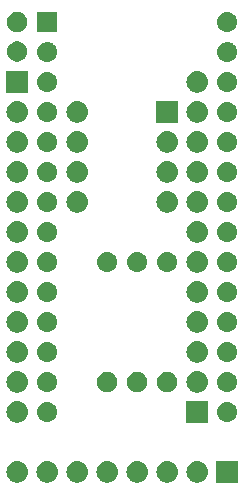
<source format=gbr>
G04 #@! TF.GenerationSoftware,KiCad,Pcbnew,(5.1.2)-1*
G04 #@! TF.CreationDate,2019-07-14T14:04:16+02:00*
G04 #@! TF.ProjectId,C64-Switchless-Quad-Kernal-Switcher,4336342d-5377-4697-9463-686c6573732d,1.20*
G04 #@! TF.SameCoordinates,Original*
G04 #@! TF.FileFunction,Soldermask,Top*
G04 #@! TF.FilePolarity,Negative*
%FSLAX46Y46*%
G04 Gerber Fmt 4.6, Leading zero omitted, Abs format (unit mm)*
G04 Created by KiCad (PCBNEW (5.1.2)-1) date 2019-07-14 14:04:16*
%MOMM*%
%LPD*%
G04 APERTURE LIST*
%ADD10C,0.100000*%
G04 APERTURE END LIST*
D10*
G36*
X122821000Y-97421000D02*
G01*
X121019000Y-97421000D01*
X121019000Y-95619000D01*
X122821000Y-95619000D01*
X122821000Y-97421000D01*
X122821000Y-97421000D01*
G37*
G36*
X119490442Y-95625518D02*
G01*
X119556627Y-95632037D01*
X119726466Y-95683557D01*
X119882991Y-95767222D01*
X119918729Y-95796552D01*
X120020186Y-95879814D01*
X120103448Y-95981271D01*
X120132778Y-96017009D01*
X120216443Y-96173534D01*
X120267963Y-96343373D01*
X120285359Y-96520000D01*
X120267963Y-96696627D01*
X120216443Y-96866466D01*
X120132778Y-97022991D01*
X120103448Y-97058729D01*
X120020186Y-97160186D01*
X119918729Y-97243448D01*
X119882991Y-97272778D01*
X119726466Y-97356443D01*
X119556627Y-97407963D01*
X119490442Y-97414482D01*
X119424260Y-97421000D01*
X119335740Y-97421000D01*
X119269558Y-97414482D01*
X119203373Y-97407963D01*
X119033534Y-97356443D01*
X118877009Y-97272778D01*
X118841271Y-97243448D01*
X118739814Y-97160186D01*
X118656552Y-97058729D01*
X118627222Y-97022991D01*
X118543557Y-96866466D01*
X118492037Y-96696627D01*
X118474641Y-96520000D01*
X118492037Y-96343373D01*
X118543557Y-96173534D01*
X118627222Y-96017009D01*
X118656552Y-95981271D01*
X118739814Y-95879814D01*
X118841271Y-95796552D01*
X118877009Y-95767222D01*
X119033534Y-95683557D01*
X119203373Y-95632037D01*
X119269558Y-95625518D01*
X119335740Y-95619000D01*
X119424260Y-95619000D01*
X119490442Y-95625518D01*
X119490442Y-95625518D01*
G37*
G36*
X116950442Y-95625518D02*
G01*
X117016627Y-95632037D01*
X117186466Y-95683557D01*
X117342991Y-95767222D01*
X117378729Y-95796552D01*
X117480186Y-95879814D01*
X117563448Y-95981271D01*
X117592778Y-96017009D01*
X117676443Y-96173534D01*
X117727963Y-96343373D01*
X117745359Y-96520000D01*
X117727963Y-96696627D01*
X117676443Y-96866466D01*
X117592778Y-97022991D01*
X117563448Y-97058729D01*
X117480186Y-97160186D01*
X117378729Y-97243448D01*
X117342991Y-97272778D01*
X117186466Y-97356443D01*
X117016627Y-97407963D01*
X116950442Y-97414482D01*
X116884260Y-97421000D01*
X116795740Y-97421000D01*
X116729558Y-97414482D01*
X116663373Y-97407963D01*
X116493534Y-97356443D01*
X116337009Y-97272778D01*
X116301271Y-97243448D01*
X116199814Y-97160186D01*
X116116552Y-97058729D01*
X116087222Y-97022991D01*
X116003557Y-96866466D01*
X115952037Y-96696627D01*
X115934641Y-96520000D01*
X115952037Y-96343373D01*
X116003557Y-96173534D01*
X116087222Y-96017009D01*
X116116552Y-95981271D01*
X116199814Y-95879814D01*
X116301271Y-95796552D01*
X116337009Y-95767222D01*
X116493534Y-95683557D01*
X116663373Y-95632037D01*
X116729558Y-95625518D01*
X116795740Y-95619000D01*
X116884260Y-95619000D01*
X116950442Y-95625518D01*
X116950442Y-95625518D01*
G37*
G36*
X114410442Y-95625518D02*
G01*
X114476627Y-95632037D01*
X114646466Y-95683557D01*
X114802991Y-95767222D01*
X114838729Y-95796552D01*
X114940186Y-95879814D01*
X115023448Y-95981271D01*
X115052778Y-96017009D01*
X115136443Y-96173534D01*
X115187963Y-96343373D01*
X115205359Y-96520000D01*
X115187963Y-96696627D01*
X115136443Y-96866466D01*
X115052778Y-97022991D01*
X115023448Y-97058729D01*
X114940186Y-97160186D01*
X114838729Y-97243448D01*
X114802991Y-97272778D01*
X114646466Y-97356443D01*
X114476627Y-97407963D01*
X114410442Y-97414482D01*
X114344260Y-97421000D01*
X114255740Y-97421000D01*
X114189558Y-97414482D01*
X114123373Y-97407963D01*
X113953534Y-97356443D01*
X113797009Y-97272778D01*
X113761271Y-97243448D01*
X113659814Y-97160186D01*
X113576552Y-97058729D01*
X113547222Y-97022991D01*
X113463557Y-96866466D01*
X113412037Y-96696627D01*
X113394641Y-96520000D01*
X113412037Y-96343373D01*
X113463557Y-96173534D01*
X113547222Y-96017009D01*
X113576552Y-95981271D01*
X113659814Y-95879814D01*
X113761271Y-95796552D01*
X113797009Y-95767222D01*
X113953534Y-95683557D01*
X114123373Y-95632037D01*
X114189558Y-95625518D01*
X114255740Y-95619000D01*
X114344260Y-95619000D01*
X114410442Y-95625518D01*
X114410442Y-95625518D01*
G37*
G36*
X111870442Y-95625518D02*
G01*
X111936627Y-95632037D01*
X112106466Y-95683557D01*
X112262991Y-95767222D01*
X112298729Y-95796552D01*
X112400186Y-95879814D01*
X112483448Y-95981271D01*
X112512778Y-96017009D01*
X112596443Y-96173534D01*
X112647963Y-96343373D01*
X112665359Y-96520000D01*
X112647963Y-96696627D01*
X112596443Y-96866466D01*
X112512778Y-97022991D01*
X112483448Y-97058729D01*
X112400186Y-97160186D01*
X112298729Y-97243448D01*
X112262991Y-97272778D01*
X112106466Y-97356443D01*
X111936627Y-97407963D01*
X111870442Y-97414482D01*
X111804260Y-97421000D01*
X111715740Y-97421000D01*
X111649558Y-97414482D01*
X111583373Y-97407963D01*
X111413534Y-97356443D01*
X111257009Y-97272778D01*
X111221271Y-97243448D01*
X111119814Y-97160186D01*
X111036552Y-97058729D01*
X111007222Y-97022991D01*
X110923557Y-96866466D01*
X110872037Y-96696627D01*
X110854641Y-96520000D01*
X110872037Y-96343373D01*
X110923557Y-96173534D01*
X111007222Y-96017009D01*
X111036552Y-95981271D01*
X111119814Y-95879814D01*
X111221271Y-95796552D01*
X111257009Y-95767222D01*
X111413534Y-95683557D01*
X111583373Y-95632037D01*
X111649558Y-95625518D01*
X111715740Y-95619000D01*
X111804260Y-95619000D01*
X111870442Y-95625518D01*
X111870442Y-95625518D01*
G37*
G36*
X106790442Y-95625518D02*
G01*
X106856627Y-95632037D01*
X107026466Y-95683557D01*
X107182991Y-95767222D01*
X107218729Y-95796552D01*
X107320186Y-95879814D01*
X107403448Y-95981271D01*
X107432778Y-96017009D01*
X107516443Y-96173534D01*
X107567963Y-96343373D01*
X107585359Y-96520000D01*
X107567963Y-96696627D01*
X107516443Y-96866466D01*
X107432778Y-97022991D01*
X107403448Y-97058729D01*
X107320186Y-97160186D01*
X107218729Y-97243448D01*
X107182991Y-97272778D01*
X107026466Y-97356443D01*
X106856627Y-97407963D01*
X106790442Y-97414482D01*
X106724260Y-97421000D01*
X106635740Y-97421000D01*
X106569558Y-97414482D01*
X106503373Y-97407963D01*
X106333534Y-97356443D01*
X106177009Y-97272778D01*
X106141271Y-97243448D01*
X106039814Y-97160186D01*
X105956552Y-97058729D01*
X105927222Y-97022991D01*
X105843557Y-96866466D01*
X105792037Y-96696627D01*
X105774641Y-96520000D01*
X105792037Y-96343373D01*
X105843557Y-96173534D01*
X105927222Y-96017009D01*
X105956552Y-95981271D01*
X106039814Y-95879814D01*
X106141271Y-95796552D01*
X106177009Y-95767222D01*
X106333534Y-95683557D01*
X106503373Y-95632037D01*
X106569558Y-95625518D01*
X106635740Y-95619000D01*
X106724260Y-95619000D01*
X106790442Y-95625518D01*
X106790442Y-95625518D01*
G37*
G36*
X109330442Y-95625518D02*
G01*
X109396627Y-95632037D01*
X109566466Y-95683557D01*
X109722991Y-95767222D01*
X109758729Y-95796552D01*
X109860186Y-95879814D01*
X109943448Y-95981271D01*
X109972778Y-96017009D01*
X110056443Y-96173534D01*
X110107963Y-96343373D01*
X110125359Y-96520000D01*
X110107963Y-96696627D01*
X110056443Y-96866466D01*
X109972778Y-97022991D01*
X109943448Y-97058729D01*
X109860186Y-97160186D01*
X109758729Y-97243448D01*
X109722991Y-97272778D01*
X109566466Y-97356443D01*
X109396627Y-97407963D01*
X109330442Y-97414482D01*
X109264260Y-97421000D01*
X109175740Y-97421000D01*
X109109558Y-97414482D01*
X109043373Y-97407963D01*
X108873534Y-97356443D01*
X108717009Y-97272778D01*
X108681271Y-97243448D01*
X108579814Y-97160186D01*
X108496552Y-97058729D01*
X108467222Y-97022991D01*
X108383557Y-96866466D01*
X108332037Y-96696627D01*
X108314641Y-96520000D01*
X108332037Y-96343373D01*
X108383557Y-96173534D01*
X108467222Y-96017009D01*
X108496552Y-95981271D01*
X108579814Y-95879814D01*
X108681271Y-95796552D01*
X108717009Y-95767222D01*
X108873534Y-95683557D01*
X109043373Y-95632037D01*
X109109558Y-95625518D01*
X109175740Y-95619000D01*
X109264260Y-95619000D01*
X109330442Y-95625518D01*
X109330442Y-95625518D01*
G37*
G36*
X104250442Y-95625518D02*
G01*
X104316627Y-95632037D01*
X104486466Y-95683557D01*
X104642991Y-95767222D01*
X104678729Y-95796552D01*
X104780186Y-95879814D01*
X104863448Y-95981271D01*
X104892778Y-96017009D01*
X104976443Y-96173534D01*
X105027963Y-96343373D01*
X105045359Y-96520000D01*
X105027963Y-96696627D01*
X104976443Y-96866466D01*
X104892778Y-97022991D01*
X104863448Y-97058729D01*
X104780186Y-97160186D01*
X104678729Y-97243448D01*
X104642991Y-97272778D01*
X104486466Y-97356443D01*
X104316627Y-97407963D01*
X104250442Y-97414482D01*
X104184260Y-97421000D01*
X104095740Y-97421000D01*
X104029558Y-97414482D01*
X103963373Y-97407963D01*
X103793534Y-97356443D01*
X103637009Y-97272778D01*
X103601271Y-97243448D01*
X103499814Y-97160186D01*
X103416552Y-97058729D01*
X103387222Y-97022991D01*
X103303557Y-96866466D01*
X103252037Y-96696627D01*
X103234641Y-96520000D01*
X103252037Y-96343373D01*
X103303557Y-96173534D01*
X103387222Y-96017009D01*
X103416552Y-95981271D01*
X103499814Y-95879814D01*
X103601271Y-95796552D01*
X103637009Y-95767222D01*
X103793534Y-95683557D01*
X103963373Y-95632037D01*
X104029558Y-95625518D01*
X104095740Y-95619000D01*
X104184260Y-95619000D01*
X104250442Y-95625518D01*
X104250442Y-95625518D01*
G37*
G36*
X104250443Y-90545519D02*
G01*
X104316627Y-90552037D01*
X104486466Y-90603557D01*
X104642991Y-90687222D01*
X104678729Y-90716552D01*
X104780186Y-90799814D01*
X104863448Y-90901271D01*
X104892778Y-90937009D01*
X104976443Y-91093534D01*
X105027963Y-91263373D01*
X105045359Y-91440000D01*
X105027963Y-91616627D01*
X104976443Y-91786466D01*
X104892778Y-91942991D01*
X104863448Y-91978729D01*
X104780186Y-92080186D01*
X104678729Y-92163448D01*
X104642991Y-92192778D01*
X104486466Y-92276443D01*
X104316627Y-92327963D01*
X104250443Y-92334481D01*
X104184260Y-92341000D01*
X104095740Y-92341000D01*
X104029557Y-92334481D01*
X103963373Y-92327963D01*
X103793534Y-92276443D01*
X103637009Y-92192778D01*
X103601271Y-92163448D01*
X103499814Y-92080186D01*
X103416552Y-91978729D01*
X103387222Y-91942991D01*
X103303557Y-91786466D01*
X103252037Y-91616627D01*
X103234641Y-91440000D01*
X103252037Y-91263373D01*
X103303557Y-91093534D01*
X103387222Y-90937009D01*
X103416552Y-90901271D01*
X103499814Y-90799814D01*
X103601271Y-90716552D01*
X103637009Y-90687222D01*
X103793534Y-90603557D01*
X103963373Y-90552037D01*
X104029557Y-90545519D01*
X104095740Y-90539000D01*
X104184260Y-90539000D01*
X104250443Y-90545519D01*
X104250443Y-90545519D01*
G37*
G36*
X120281000Y-92341000D02*
G01*
X118479000Y-92341000D01*
X118479000Y-90539000D01*
X120281000Y-90539000D01*
X120281000Y-92341000D01*
X120281000Y-92341000D01*
G37*
G36*
X106846823Y-90601313D02*
G01*
X107007242Y-90649976D01*
X107076922Y-90687221D01*
X107155078Y-90728996D01*
X107284659Y-90835341D01*
X107391004Y-90964922D01*
X107391005Y-90964924D01*
X107470024Y-91112758D01*
X107518687Y-91273177D01*
X107535117Y-91440000D01*
X107518687Y-91606823D01*
X107470024Y-91767242D01*
X107459747Y-91786468D01*
X107391004Y-91915078D01*
X107284659Y-92044659D01*
X107155078Y-92151004D01*
X107155076Y-92151005D01*
X107007242Y-92230024D01*
X106846823Y-92278687D01*
X106721804Y-92291000D01*
X106638196Y-92291000D01*
X106513177Y-92278687D01*
X106352758Y-92230024D01*
X106204924Y-92151005D01*
X106204922Y-92151004D01*
X106075341Y-92044659D01*
X105968996Y-91915078D01*
X105900253Y-91786468D01*
X105889976Y-91767242D01*
X105841313Y-91606823D01*
X105824883Y-91440000D01*
X105841313Y-91273177D01*
X105889976Y-91112758D01*
X105968995Y-90964924D01*
X105968996Y-90964922D01*
X106075341Y-90835341D01*
X106204922Y-90728996D01*
X106283078Y-90687221D01*
X106352758Y-90649976D01*
X106513177Y-90601313D01*
X106638196Y-90589000D01*
X106721804Y-90589000D01*
X106846823Y-90601313D01*
X106846823Y-90601313D01*
G37*
G36*
X122086823Y-90601313D02*
G01*
X122247242Y-90649976D01*
X122316922Y-90687221D01*
X122395078Y-90728996D01*
X122524659Y-90835341D01*
X122631004Y-90964922D01*
X122631005Y-90964924D01*
X122710024Y-91112758D01*
X122758687Y-91273177D01*
X122775117Y-91440000D01*
X122758687Y-91606823D01*
X122710024Y-91767242D01*
X122699747Y-91786468D01*
X122631004Y-91915078D01*
X122524659Y-92044659D01*
X122395078Y-92151004D01*
X122395076Y-92151005D01*
X122247242Y-92230024D01*
X122086823Y-92278687D01*
X121961804Y-92291000D01*
X121878196Y-92291000D01*
X121753177Y-92278687D01*
X121592758Y-92230024D01*
X121444924Y-92151005D01*
X121444922Y-92151004D01*
X121315341Y-92044659D01*
X121208996Y-91915078D01*
X121140253Y-91786468D01*
X121129976Y-91767242D01*
X121081313Y-91606823D01*
X121064883Y-91440000D01*
X121081313Y-91273177D01*
X121129976Y-91112758D01*
X121208995Y-90964924D01*
X121208996Y-90964922D01*
X121315341Y-90835341D01*
X121444922Y-90728996D01*
X121523078Y-90687221D01*
X121592758Y-90649976D01*
X121753177Y-90601313D01*
X121878196Y-90589000D01*
X121961804Y-90589000D01*
X122086823Y-90601313D01*
X122086823Y-90601313D01*
G37*
G36*
X119490443Y-88005519D02*
G01*
X119556627Y-88012037D01*
X119726466Y-88063557D01*
X119882991Y-88147222D01*
X119918729Y-88176552D01*
X120020186Y-88259814D01*
X120100369Y-88357519D01*
X120132778Y-88397009D01*
X120216443Y-88553534D01*
X120267963Y-88723373D01*
X120285359Y-88900000D01*
X120267963Y-89076627D01*
X120216443Y-89246466D01*
X120132778Y-89402991D01*
X120103448Y-89438729D01*
X120020186Y-89540186D01*
X119918729Y-89623448D01*
X119882991Y-89652778D01*
X119726466Y-89736443D01*
X119556627Y-89787963D01*
X119490443Y-89794481D01*
X119424260Y-89801000D01*
X119335740Y-89801000D01*
X119269557Y-89794481D01*
X119203373Y-89787963D01*
X119033534Y-89736443D01*
X118877009Y-89652778D01*
X118841271Y-89623448D01*
X118739814Y-89540186D01*
X118656552Y-89438729D01*
X118627222Y-89402991D01*
X118543557Y-89246466D01*
X118492037Y-89076627D01*
X118474641Y-88900000D01*
X118492037Y-88723373D01*
X118543557Y-88553534D01*
X118627222Y-88397009D01*
X118659631Y-88357519D01*
X118739814Y-88259814D01*
X118841271Y-88176552D01*
X118877009Y-88147222D01*
X119033534Y-88063557D01*
X119203373Y-88012037D01*
X119269557Y-88005519D01*
X119335740Y-87999000D01*
X119424260Y-87999000D01*
X119490443Y-88005519D01*
X119490443Y-88005519D01*
G37*
G36*
X104250443Y-88005519D02*
G01*
X104316627Y-88012037D01*
X104486466Y-88063557D01*
X104642991Y-88147222D01*
X104678729Y-88176552D01*
X104780186Y-88259814D01*
X104860369Y-88357519D01*
X104892778Y-88397009D01*
X104976443Y-88553534D01*
X105027963Y-88723373D01*
X105045359Y-88900000D01*
X105027963Y-89076627D01*
X104976443Y-89246466D01*
X104892778Y-89402991D01*
X104863448Y-89438729D01*
X104780186Y-89540186D01*
X104678729Y-89623448D01*
X104642991Y-89652778D01*
X104486466Y-89736443D01*
X104316627Y-89787963D01*
X104250443Y-89794481D01*
X104184260Y-89801000D01*
X104095740Y-89801000D01*
X104029557Y-89794481D01*
X103963373Y-89787963D01*
X103793534Y-89736443D01*
X103637009Y-89652778D01*
X103601271Y-89623448D01*
X103499814Y-89540186D01*
X103416552Y-89438729D01*
X103387222Y-89402991D01*
X103303557Y-89246466D01*
X103252037Y-89076627D01*
X103234641Y-88900000D01*
X103252037Y-88723373D01*
X103303557Y-88553534D01*
X103387222Y-88397009D01*
X103419631Y-88357519D01*
X103499814Y-88259814D01*
X103601271Y-88176552D01*
X103637009Y-88147222D01*
X103793534Y-88063557D01*
X103963373Y-88012037D01*
X104029557Y-88005519D01*
X104095740Y-87999000D01*
X104184260Y-87999000D01*
X104250443Y-88005519D01*
X104250443Y-88005519D01*
G37*
G36*
X112008228Y-88081703D02*
G01*
X112163100Y-88145853D01*
X112302481Y-88238985D01*
X112421015Y-88357519D01*
X112514147Y-88496900D01*
X112578297Y-88651772D01*
X112611000Y-88816184D01*
X112611000Y-88983816D01*
X112578297Y-89148228D01*
X112514147Y-89303100D01*
X112421015Y-89442481D01*
X112302481Y-89561015D01*
X112163100Y-89654147D01*
X112008228Y-89718297D01*
X111843816Y-89751000D01*
X111676184Y-89751000D01*
X111511772Y-89718297D01*
X111356900Y-89654147D01*
X111217519Y-89561015D01*
X111098985Y-89442481D01*
X111005853Y-89303100D01*
X110941703Y-89148228D01*
X110909000Y-88983816D01*
X110909000Y-88816184D01*
X110941703Y-88651772D01*
X111005853Y-88496900D01*
X111098985Y-88357519D01*
X111217519Y-88238985D01*
X111356900Y-88145853D01*
X111511772Y-88081703D01*
X111676184Y-88049000D01*
X111843816Y-88049000D01*
X112008228Y-88081703D01*
X112008228Y-88081703D01*
G37*
G36*
X122086823Y-88061313D02*
G01*
X122247242Y-88109976D01*
X122314361Y-88145852D01*
X122395078Y-88188996D01*
X122524659Y-88295341D01*
X122631004Y-88424922D01*
X122631005Y-88424924D01*
X122710024Y-88572758D01*
X122758687Y-88733177D01*
X122775117Y-88900000D01*
X122758687Y-89066823D01*
X122710024Y-89227242D01*
X122669477Y-89303100D01*
X122631004Y-89375078D01*
X122524659Y-89504659D01*
X122395078Y-89611004D01*
X122395076Y-89611005D01*
X122247242Y-89690024D01*
X122086823Y-89738687D01*
X121961804Y-89751000D01*
X121878196Y-89751000D01*
X121753177Y-89738687D01*
X121592758Y-89690024D01*
X121444924Y-89611005D01*
X121444922Y-89611004D01*
X121315341Y-89504659D01*
X121208996Y-89375078D01*
X121170523Y-89303100D01*
X121129976Y-89227242D01*
X121081313Y-89066823D01*
X121064883Y-88900000D01*
X121081313Y-88733177D01*
X121129976Y-88572758D01*
X121208995Y-88424924D01*
X121208996Y-88424922D01*
X121315341Y-88295341D01*
X121444922Y-88188996D01*
X121525639Y-88145852D01*
X121592758Y-88109976D01*
X121753177Y-88061313D01*
X121878196Y-88049000D01*
X121961804Y-88049000D01*
X122086823Y-88061313D01*
X122086823Y-88061313D01*
G37*
G36*
X117088228Y-88081703D02*
G01*
X117243100Y-88145853D01*
X117382481Y-88238985D01*
X117501015Y-88357519D01*
X117594147Y-88496900D01*
X117658297Y-88651772D01*
X117691000Y-88816184D01*
X117691000Y-88983816D01*
X117658297Y-89148228D01*
X117594147Y-89303100D01*
X117501015Y-89442481D01*
X117382481Y-89561015D01*
X117243100Y-89654147D01*
X117088228Y-89718297D01*
X116923816Y-89751000D01*
X116756184Y-89751000D01*
X116591772Y-89718297D01*
X116436900Y-89654147D01*
X116297519Y-89561015D01*
X116178985Y-89442481D01*
X116085853Y-89303100D01*
X116021703Y-89148228D01*
X115989000Y-88983816D01*
X115989000Y-88816184D01*
X116021703Y-88651772D01*
X116085853Y-88496900D01*
X116178985Y-88357519D01*
X116297519Y-88238985D01*
X116436900Y-88145853D01*
X116591772Y-88081703D01*
X116756184Y-88049000D01*
X116923816Y-88049000D01*
X117088228Y-88081703D01*
X117088228Y-88081703D01*
G37*
G36*
X114548228Y-88081703D02*
G01*
X114703100Y-88145853D01*
X114842481Y-88238985D01*
X114961015Y-88357519D01*
X115054147Y-88496900D01*
X115118297Y-88651772D01*
X115151000Y-88816184D01*
X115151000Y-88983816D01*
X115118297Y-89148228D01*
X115054147Y-89303100D01*
X114961015Y-89442481D01*
X114842481Y-89561015D01*
X114703100Y-89654147D01*
X114548228Y-89718297D01*
X114383816Y-89751000D01*
X114216184Y-89751000D01*
X114051772Y-89718297D01*
X113896900Y-89654147D01*
X113757519Y-89561015D01*
X113638985Y-89442481D01*
X113545853Y-89303100D01*
X113481703Y-89148228D01*
X113449000Y-88983816D01*
X113449000Y-88816184D01*
X113481703Y-88651772D01*
X113545853Y-88496900D01*
X113638985Y-88357519D01*
X113757519Y-88238985D01*
X113896900Y-88145853D01*
X114051772Y-88081703D01*
X114216184Y-88049000D01*
X114383816Y-88049000D01*
X114548228Y-88081703D01*
X114548228Y-88081703D01*
G37*
G36*
X106846823Y-88061313D02*
G01*
X107007242Y-88109976D01*
X107074361Y-88145852D01*
X107155078Y-88188996D01*
X107284659Y-88295341D01*
X107391004Y-88424922D01*
X107391005Y-88424924D01*
X107470024Y-88572758D01*
X107518687Y-88733177D01*
X107535117Y-88900000D01*
X107518687Y-89066823D01*
X107470024Y-89227242D01*
X107429477Y-89303100D01*
X107391004Y-89375078D01*
X107284659Y-89504659D01*
X107155078Y-89611004D01*
X107155076Y-89611005D01*
X107007242Y-89690024D01*
X106846823Y-89738687D01*
X106721804Y-89751000D01*
X106638196Y-89751000D01*
X106513177Y-89738687D01*
X106352758Y-89690024D01*
X106204924Y-89611005D01*
X106204922Y-89611004D01*
X106075341Y-89504659D01*
X105968996Y-89375078D01*
X105930523Y-89303100D01*
X105889976Y-89227242D01*
X105841313Y-89066823D01*
X105824883Y-88900000D01*
X105841313Y-88733177D01*
X105889976Y-88572758D01*
X105968995Y-88424924D01*
X105968996Y-88424922D01*
X106075341Y-88295341D01*
X106204922Y-88188996D01*
X106285639Y-88145852D01*
X106352758Y-88109976D01*
X106513177Y-88061313D01*
X106638196Y-88049000D01*
X106721804Y-88049000D01*
X106846823Y-88061313D01*
X106846823Y-88061313D01*
G37*
G36*
X119490442Y-85465518D02*
G01*
X119556627Y-85472037D01*
X119726466Y-85523557D01*
X119882991Y-85607222D01*
X119918729Y-85636552D01*
X120020186Y-85719814D01*
X120103448Y-85821271D01*
X120132778Y-85857009D01*
X120216443Y-86013534D01*
X120267963Y-86183373D01*
X120285359Y-86360000D01*
X120267963Y-86536627D01*
X120216443Y-86706466D01*
X120132778Y-86862991D01*
X120103448Y-86898729D01*
X120020186Y-87000186D01*
X119918729Y-87083448D01*
X119882991Y-87112778D01*
X119726466Y-87196443D01*
X119556627Y-87247963D01*
X119490442Y-87254482D01*
X119424260Y-87261000D01*
X119335740Y-87261000D01*
X119269558Y-87254482D01*
X119203373Y-87247963D01*
X119033534Y-87196443D01*
X118877009Y-87112778D01*
X118841271Y-87083448D01*
X118739814Y-87000186D01*
X118656552Y-86898729D01*
X118627222Y-86862991D01*
X118543557Y-86706466D01*
X118492037Y-86536627D01*
X118474641Y-86360000D01*
X118492037Y-86183373D01*
X118543557Y-86013534D01*
X118627222Y-85857009D01*
X118656552Y-85821271D01*
X118739814Y-85719814D01*
X118841271Y-85636552D01*
X118877009Y-85607222D01*
X119033534Y-85523557D01*
X119203373Y-85472037D01*
X119269558Y-85465518D01*
X119335740Y-85459000D01*
X119424260Y-85459000D01*
X119490442Y-85465518D01*
X119490442Y-85465518D01*
G37*
G36*
X104250442Y-85465518D02*
G01*
X104316627Y-85472037D01*
X104486466Y-85523557D01*
X104642991Y-85607222D01*
X104678729Y-85636552D01*
X104780186Y-85719814D01*
X104863448Y-85821271D01*
X104892778Y-85857009D01*
X104976443Y-86013534D01*
X105027963Y-86183373D01*
X105045359Y-86360000D01*
X105027963Y-86536627D01*
X104976443Y-86706466D01*
X104892778Y-86862991D01*
X104863448Y-86898729D01*
X104780186Y-87000186D01*
X104678729Y-87083448D01*
X104642991Y-87112778D01*
X104486466Y-87196443D01*
X104316627Y-87247963D01*
X104250442Y-87254482D01*
X104184260Y-87261000D01*
X104095740Y-87261000D01*
X104029558Y-87254482D01*
X103963373Y-87247963D01*
X103793534Y-87196443D01*
X103637009Y-87112778D01*
X103601271Y-87083448D01*
X103499814Y-87000186D01*
X103416552Y-86898729D01*
X103387222Y-86862991D01*
X103303557Y-86706466D01*
X103252037Y-86536627D01*
X103234641Y-86360000D01*
X103252037Y-86183373D01*
X103303557Y-86013534D01*
X103387222Y-85857009D01*
X103416552Y-85821271D01*
X103499814Y-85719814D01*
X103601271Y-85636552D01*
X103637009Y-85607222D01*
X103793534Y-85523557D01*
X103963373Y-85472037D01*
X104029558Y-85465518D01*
X104095740Y-85459000D01*
X104184260Y-85459000D01*
X104250442Y-85465518D01*
X104250442Y-85465518D01*
G37*
G36*
X106846823Y-85521313D02*
G01*
X107007242Y-85569976D01*
X107076922Y-85607221D01*
X107155078Y-85648996D01*
X107284659Y-85755341D01*
X107391004Y-85884922D01*
X107391005Y-85884924D01*
X107470024Y-86032758D01*
X107518687Y-86193177D01*
X107535117Y-86360000D01*
X107518687Y-86526823D01*
X107470024Y-86687242D01*
X107459747Y-86706468D01*
X107391004Y-86835078D01*
X107284659Y-86964659D01*
X107155078Y-87071004D01*
X107155076Y-87071005D01*
X107007242Y-87150024D01*
X106846823Y-87198687D01*
X106721804Y-87211000D01*
X106638196Y-87211000D01*
X106513177Y-87198687D01*
X106352758Y-87150024D01*
X106204924Y-87071005D01*
X106204922Y-87071004D01*
X106075341Y-86964659D01*
X105968996Y-86835078D01*
X105900253Y-86706468D01*
X105889976Y-86687242D01*
X105841313Y-86526823D01*
X105824883Y-86360000D01*
X105841313Y-86193177D01*
X105889976Y-86032758D01*
X105968995Y-85884924D01*
X105968996Y-85884922D01*
X106075341Y-85755341D01*
X106204922Y-85648996D01*
X106283078Y-85607221D01*
X106352758Y-85569976D01*
X106513177Y-85521313D01*
X106638196Y-85509000D01*
X106721804Y-85509000D01*
X106846823Y-85521313D01*
X106846823Y-85521313D01*
G37*
G36*
X122086823Y-85521313D02*
G01*
X122247242Y-85569976D01*
X122316922Y-85607221D01*
X122395078Y-85648996D01*
X122524659Y-85755341D01*
X122631004Y-85884922D01*
X122631005Y-85884924D01*
X122710024Y-86032758D01*
X122758687Y-86193177D01*
X122775117Y-86360000D01*
X122758687Y-86526823D01*
X122710024Y-86687242D01*
X122699747Y-86706468D01*
X122631004Y-86835078D01*
X122524659Y-86964659D01*
X122395078Y-87071004D01*
X122395076Y-87071005D01*
X122247242Y-87150024D01*
X122086823Y-87198687D01*
X121961804Y-87211000D01*
X121878196Y-87211000D01*
X121753177Y-87198687D01*
X121592758Y-87150024D01*
X121444924Y-87071005D01*
X121444922Y-87071004D01*
X121315341Y-86964659D01*
X121208996Y-86835078D01*
X121140253Y-86706468D01*
X121129976Y-86687242D01*
X121081313Y-86526823D01*
X121064883Y-86360000D01*
X121081313Y-86193177D01*
X121129976Y-86032758D01*
X121208995Y-85884924D01*
X121208996Y-85884922D01*
X121315341Y-85755341D01*
X121444922Y-85648996D01*
X121523078Y-85607221D01*
X121592758Y-85569976D01*
X121753177Y-85521313D01*
X121878196Y-85509000D01*
X121961804Y-85509000D01*
X122086823Y-85521313D01*
X122086823Y-85521313D01*
G37*
G36*
X119490443Y-82925519D02*
G01*
X119556627Y-82932037D01*
X119726466Y-82983557D01*
X119882991Y-83067222D01*
X119918729Y-83096552D01*
X120020186Y-83179814D01*
X120103448Y-83281271D01*
X120132778Y-83317009D01*
X120216443Y-83473534D01*
X120267963Y-83643373D01*
X120285359Y-83820000D01*
X120267963Y-83996627D01*
X120216443Y-84166466D01*
X120132778Y-84322991D01*
X120103448Y-84358729D01*
X120020186Y-84460186D01*
X119918729Y-84543448D01*
X119882991Y-84572778D01*
X119726466Y-84656443D01*
X119556627Y-84707963D01*
X119490443Y-84714481D01*
X119424260Y-84721000D01*
X119335740Y-84721000D01*
X119269557Y-84714481D01*
X119203373Y-84707963D01*
X119033534Y-84656443D01*
X118877009Y-84572778D01*
X118841271Y-84543448D01*
X118739814Y-84460186D01*
X118656552Y-84358729D01*
X118627222Y-84322991D01*
X118543557Y-84166466D01*
X118492037Y-83996627D01*
X118474641Y-83820000D01*
X118492037Y-83643373D01*
X118543557Y-83473534D01*
X118627222Y-83317009D01*
X118656552Y-83281271D01*
X118739814Y-83179814D01*
X118841271Y-83096552D01*
X118877009Y-83067222D01*
X119033534Y-82983557D01*
X119203373Y-82932037D01*
X119269557Y-82925519D01*
X119335740Y-82919000D01*
X119424260Y-82919000D01*
X119490443Y-82925519D01*
X119490443Y-82925519D01*
G37*
G36*
X104250443Y-82925519D02*
G01*
X104316627Y-82932037D01*
X104486466Y-82983557D01*
X104642991Y-83067222D01*
X104678729Y-83096552D01*
X104780186Y-83179814D01*
X104863448Y-83281271D01*
X104892778Y-83317009D01*
X104976443Y-83473534D01*
X105027963Y-83643373D01*
X105045359Y-83820000D01*
X105027963Y-83996627D01*
X104976443Y-84166466D01*
X104892778Y-84322991D01*
X104863448Y-84358729D01*
X104780186Y-84460186D01*
X104678729Y-84543448D01*
X104642991Y-84572778D01*
X104486466Y-84656443D01*
X104316627Y-84707963D01*
X104250443Y-84714481D01*
X104184260Y-84721000D01*
X104095740Y-84721000D01*
X104029557Y-84714481D01*
X103963373Y-84707963D01*
X103793534Y-84656443D01*
X103637009Y-84572778D01*
X103601271Y-84543448D01*
X103499814Y-84460186D01*
X103416552Y-84358729D01*
X103387222Y-84322991D01*
X103303557Y-84166466D01*
X103252037Y-83996627D01*
X103234641Y-83820000D01*
X103252037Y-83643373D01*
X103303557Y-83473534D01*
X103387222Y-83317009D01*
X103416552Y-83281271D01*
X103499814Y-83179814D01*
X103601271Y-83096552D01*
X103637009Y-83067222D01*
X103793534Y-82983557D01*
X103963373Y-82932037D01*
X104029557Y-82925519D01*
X104095740Y-82919000D01*
X104184260Y-82919000D01*
X104250443Y-82925519D01*
X104250443Y-82925519D01*
G37*
G36*
X122086823Y-82981313D02*
G01*
X122247242Y-83029976D01*
X122316922Y-83067221D01*
X122395078Y-83108996D01*
X122524659Y-83215341D01*
X122631004Y-83344922D01*
X122631005Y-83344924D01*
X122710024Y-83492758D01*
X122758687Y-83653177D01*
X122775117Y-83820000D01*
X122758687Y-83986823D01*
X122710024Y-84147242D01*
X122699747Y-84166468D01*
X122631004Y-84295078D01*
X122524659Y-84424659D01*
X122395078Y-84531004D01*
X122395076Y-84531005D01*
X122247242Y-84610024D01*
X122086823Y-84658687D01*
X121961804Y-84671000D01*
X121878196Y-84671000D01*
X121753177Y-84658687D01*
X121592758Y-84610024D01*
X121444924Y-84531005D01*
X121444922Y-84531004D01*
X121315341Y-84424659D01*
X121208996Y-84295078D01*
X121140253Y-84166468D01*
X121129976Y-84147242D01*
X121081313Y-83986823D01*
X121064883Y-83820000D01*
X121081313Y-83653177D01*
X121129976Y-83492758D01*
X121208995Y-83344924D01*
X121208996Y-83344922D01*
X121315341Y-83215341D01*
X121444922Y-83108996D01*
X121523078Y-83067221D01*
X121592758Y-83029976D01*
X121753177Y-82981313D01*
X121878196Y-82969000D01*
X121961804Y-82969000D01*
X122086823Y-82981313D01*
X122086823Y-82981313D01*
G37*
G36*
X106846823Y-82981313D02*
G01*
X107007242Y-83029976D01*
X107076922Y-83067221D01*
X107155078Y-83108996D01*
X107284659Y-83215341D01*
X107391004Y-83344922D01*
X107391005Y-83344924D01*
X107470024Y-83492758D01*
X107518687Y-83653177D01*
X107535117Y-83820000D01*
X107518687Y-83986823D01*
X107470024Y-84147242D01*
X107459747Y-84166468D01*
X107391004Y-84295078D01*
X107284659Y-84424659D01*
X107155078Y-84531004D01*
X107155076Y-84531005D01*
X107007242Y-84610024D01*
X106846823Y-84658687D01*
X106721804Y-84671000D01*
X106638196Y-84671000D01*
X106513177Y-84658687D01*
X106352758Y-84610024D01*
X106204924Y-84531005D01*
X106204922Y-84531004D01*
X106075341Y-84424659D01*
X105968996Y-84295078D01*
X105900253Y-84166468D01*
X105889976Y-84147242D01*
X105841313Y-83986823D01*
X105824883Y-83820000D01*
X105841313Y-83653177D01*
X105889976Y-83492758D01*
X105968995Y-83344924D01*
X105968996Y-83344922D01*
X106075341Y-83215341D01*
X106204922Y-83108996D01*
X106283078Y-83067221D01*
X106352758Y-83029976D01*
X106513177Y-82981313D01*
X106638196Y-82969000D01*
X106721804Y-82969000D01*
X106846823Y-82981313D01*
X106846823Y-82981313D01*
G37*
G36*
X119490442Y-80385518D02*
G01*
X119556627Y-80392037D01*
X119726466Y-80443557D01*
X119882991Y-80527222D01*
X119918729Y-80556552D01*
X120020186Y-80639814D01*
X120103448Y-80741271D01*
X120132778Y-80777009D01*
X120216443Y-80933534D01*
X120267963Y-81103373D01*
X120285359Y-81280000D01*
X120267963Y-81456627D01*
X120216443Y-81626466D01*
X120132778Y-81782991D01*
X120103448Y-81818729D01*
X120020186Y-81920186D01*
X119918729Y-82003448D01*
X119882991Y-82032778D01*
X119726466Y-82116443D01*
X119556627Y-82167963D01*
X119490443Y-82174481D01*
X119424260Y-82181000D01*
X119335740Y-82181000D01*
X119269557Y-82174481D01*
X119203373Y-82167963D01*
X119033534Y-82116443D01*
X118877009Y-82032778D01*
X118841271Y-82003448D01*
X118739814Y-81920186D01*
X118656552Y-81818729D01*
X118627222Y-81782991D01*
X118543557Y-81626466D01*
X118492037Y-81456627D01*
X118474641Y-81280000D01*
X118492037Y-81103373D01*
X118543557Y-80933534D01*
X118627222Y-80777009D01*
X118656552Y-80741271D01*
X118739814Y-80639814D01*
X118841271Y-80556552D01*
X118877009Y-80527222D01*
X119033534Y-80443557D01*
X119203373Y-80392037D01*
X119269558Y-80385518D01*
X119335740Y-80379000D01*
X119424260Y-80379000D01*
X119490442Y-80385518D01*
X119490442Y-80385518D01*
G37*
G36*
X104250442Y-80385518D02*
G01*
X104316627Y-80392037D01*
X104486466Y-80443557D01*
X104642991Y-80527222D01*
X104678729Y-80556552D01*
X104780186Y-80639814D01*
X104863448Y-80741271D01*
X104892778Y-80777009D01*
X104976443Y-80933534D01*
X105027963Y-81103373D01*
X105045359Y-81280000D01*
X105027963Y-81456627D01*
X104976443Y-81626466D01*
X104892778Y-81782991D01*
X104863448Y-81818729D01*
X104780186Y-81920186D01*
X104678729Y-82003448D01*
X104642991Y-82032778D01*
X104486466Y-82116443D01*
X104316627Y-82167963D01*
X104250443Y-82174481D01*
X104184260Y-82181000D01*
X104095740Y-82181000D01*
X104029557Y-82174481D01*
X103963373Y-82167963D01*
X103793534Y-82116443D01*
X103637009Y-82032778D01*
X103601271Y-82003448D01*
X103499814Y-81920186D01*
X103416552Y-81818729D01*
X103387222Y-81782991D01*
X103303557Y-81626466D01*
X103252037Y-81456627D01*
X103234641Y-81280000D01*
X103252037Y-81103373D01*
X103303557Y-80933534D01*
X103387222Y-80777009D01*
X103416552Y-80741271D01*
X103499814Y-80639814D01*
X103601271Y-80556552D01*
X103637009Y-80527222D01*
X103793534Y-80443557D01*
X103963373Y-80392037D01*
X104029558Y-80385518D01*
X104095740Y-80379000D01*
X104184260Y-80379000D01*
X104250442Y-80385518D01*
X104250442Y-80385518D01*
G37*
G36*
X106846823Y-80441313D02*
G01*
X107007242Y-80489976D01*
X107076922Y-80527221D01*
X107155078Y-80568996D01*
X107284659Y-80675341D01*
X107391004Y-80804922D01*
X107391005Y-80804924D01*
X107470024Y-80952758D01*
X107518687Y-81113177D01*
X107535117Y-81280000D01*
X107518687Y-81446823D01*
X107470024Y-81607242D01*
X107459747Y-81626468D01*
X107391004Y-81755078D01*
X107284659Y-81884659D01*
X107155078Y-81991004D01*
X107155076Y-81991005D01*
X107007242Y-82070024D01*
X106846823Y-82118687D01*
X106721804Y-82131000D01*
X106638196Y-82131000D01*
X106513177Y-82118687D01*
X106352758Y-82070024D01*
X106204924Y-81991005D01*
X106204922Y-81991004D01*
X106075341Y-81884659D01*
X105968996Y-81755078D01*
X105900253Y-81626468D01*
X105889976Y-81607242D01*
X105841313Y-81446823D01*
X105824883Y-81280000D01*
X105841313Y-81113177D01*
X105889976Y-80952758D01*
X105968995Y-80804924D01*
X105968996Y-80804922D01*
X106075341Y-80675341D01*
X106204922Y-80568996D01*
X106283078Y-80527221D01*
X106352758Y-80489976D01*
X106513177Y-80441313D01*
X106638196Y-80429000D01*
X106721804Y-80429000D01*
X106846823Y-80441313D01*
X106846823Y-80441313D01*
G37*
G36*
X122086823Y-80441313D02*
G01*
X122247242Y-80489976D01*
X122316922Y-80527221D01*
X122395078Y-80568996D01*
X122524659Y-80675341D01*
X122631004Y-80804922D01*
X122631005Y-80804924D01*
X122710024Y-80952758D01*
X122758687Y-81113177D01*
X122775117Y-81280000D01*
X122758687Y-81446823D01*
X122710024Y-81607242D01*
X122699747Y-81626468D01*
X122631004Y-81755078D01*
X122524659Y-81884659D01*
X122395078Y-81991004D01*
X122395076Y-81991005D01*
X122247242Y-82070024D01*
X122086823Y-82118687D01*
X121961804Y-82131000D01*
X121878196Y-82131000D01*
X121753177Y-82118687D01*
X121592758Y-82070024D01*
X121444924Y-81991005D01*
X121444922Y-81991004D01*
X121315341Y-81884659D01*
X121208996Y-81755078D01*
X121140253Y-81626468D01*
X121129976Y-81607242D01*
X121081313Y-81446823D01*
X121064883Y-81280000D01*
X121081313Y-81113177D01*
X121129976Y-80952758D01*
X121208995Y-80804924D01*
X121208996Y-80804922D01*
X121315341Y-80675341D01*
X121444922Y-80568996D01*
X121523078Y-80527221D01*
X121592758Y-80489976D01*
X121753177Y-80441313D01*
X121878196Y-80429000D01*
X121961804Y-80429000D01*
X122086823Y-80441313D01*
X122086823Y-80441313D01*
G37*
G36*
X104250443Y-77845519D02*
G01*
X104316627Y-77852037D01*
X104486466Y-77903557D01*
X104642991Y-77987222D01*
X104678729Y-78016552D01*
X104780186Y-78099814D01*
X104863448Y-78201271D01*
X104892778Y-78237009D01*
X104976443Y-78393534D01*
X105027963Y-78563373D01*
X105045359Y-78740000D01*
X105027963Y-78916627D01*
X104976443Y-79086466D01*
X104892778Y-79242991D01*
X104863448Y-79278729D01*
X104780186Y-79380186D01*
X104678729Y-79463448D01*
X104642991Y-79492778D01*
X104486466Y-79576443D01*
X104316627Y-79627963D01*
X104250442Y-79634482D01*
X104184260Y-79641000D01*
X104095740Y-79641000D01*
X104029558Y-79634482D01*
X103963373Y-79627963D01*
X103793534Y-79576443D01*
X103637009Y-79492778D01*
X103601271Y-79463448D01*
X103499814Y-79380186D01*
X103416552Y-79278729D01*
X103387222Y-79242991D01*
X103303557Y-79086466D01*
X103252037Y-78916627D01*
X103234641Y-78740000D01*
X103252037Y-78563373D01*
X103303557Y-78393534D01*
X103387222Y-78237009D01*
X103416552Y-78201271D01*
X103499814Y-78099814D01*
X103601271Y-78016552D01*
X103637009Y-77987222D01*
X103793534Y-77903557D01*
X103963373Y-77852037D01*
X104029557Y-77845519D01*
X104095740Y-77839000D01*
X104184260Y-77839000D01*
X104250443Y-77845519D01*
X104250443Y-77845519D01*
G37*
G36*
X119490443Y-77845519D02*
G01*
X119556627Y-77852037D01*
X119726466Y-77903557D01*
X119882991Y-77987222D01*
X119918729Y-78016552D01*
X120020186Y-78099814D01*
X120103448Y-78201271D01*
X120132778Y-78237009D01*
X120216443Y-78393534D01*
X120267963Y-78563373D01*
X120285359Y-78740000D01*
X120267963Y-78916627D01*
X120216443Y-79086466D01*
X120132778Y-79242991D01*
X120103448Y-79278729D01*
X120020186Y-79380186D01*
X119918729Y-79463448D01*
X119882991Y-79492778D01*
X119726466Y-79576443D01*
X119556627Y-79627963D01*
X119490442Y-79634482D01*
X119424260Y-79641000D01*
X119335740Y-79641000D01*
X119269558Y-79634482D01*
X119203373Y-79627963D01*
X119033534Y-79576443D01*
X118877009Y-79492778D01*
X118841271Y-79463448D01*
X118739814Y-79380186D01*
X118656552Y-79278729D01*
X118627222Y-79242991D01*
X118543557Y-79086466D01*
X118492037Y-78916627D01*
X118474641Y-78740000D01*
X118492037Y-78563373D01*
X118543557Y-78393534D01*
X118627222Y-78237009D01*
X118656552Y-78201271D01*
X118739814Y-78099814D01*
X118841271Y-78016552D01*
X118877009Y-77987222D01*
X119033534Y-77903557D01*
X119203373Y-77852037D01*
X119269557Y-77845519D01*
X119335740Y-77839000D01*
X119424260Y-77839000D01*
X119490443Y-77845519D01*
X119490443Y-77845519D01*
G37*
G36*
X117006823Y-77901313D02*
G01*
X117167242Y-77949976D01*
X117236922Y-77987221D01*
X117315078Y-78028996D01*
X117444659Y-78135341D01*
X117551004Y-78264922D01*
X117551005Y-78264924D01*
X117630024Y-78412758D01*
X117678687Y-78573177D01*
X117695117Y-78740000D01*
X117678687Y-78906823D01*
X117630024Y-79067242D01*
X117619747Y-79086468D01*
X117551004Y-79215078D01*
X117444659Y-79344659D01*
X117315078Y-79451004D01*
X117315076Y-79451005D01*
X117167242Y-79530024D01*
X117006823Y-79578687D01*
X116881804Y-79591000D01*
X116798196Y-79591000D01*
X116673177Y-79578687D01*
X116512758Y-79530024D01*
X116364924Y-79451005D01*
X116364922Y-79451004D01*
X116235341Y-79344659D01*
X116128996Y-79215078D01*
X116060253Y-79086468D01*
X116049976Y-79067242D01*
X116001313Y-78906823D01*
X115984883Y-78740000D01*
X116001313Y-78573177D01*
X116049976Y-78412758D01*
X116128995Y-78264924D01*
X116128996Y-78264922D01*
X116235341Y-78135341D01*
X116364922Y-78028996D01*
X116443078Y-77987221D01*
X116512758Y-77949976D01*
X116673177Y-77901313D01*
X116798196Y-77889000D01*
X116881804Y-77889000D01*
X117006823Y-77901313D01*
X117006823Y-77901313D01*
G37*
G36*
X114466823Y-77901313D02*
G01*
X114627242Y-77949976D01*
X114696922Y-77987221D01*
X114775078Y-78028996D01*
X114904659Y-78135341D01*
X115011004Y-78264922D01*
X115011005Y-78264924D01*
X115090024Y-78412758D01*
X115138687Y-78573177D01*
X115155117Y-78740000D01*
X115138687Y-78906823D01*
X115090024Y-79067242D01*
X115079747Y-79086468D01*
X115011004Y-79215078D01*
X114904659Y-79344659D01*
X114775078Y-79451004D01*
X114775076Y-79451005D01*
X114627242Y-79530024D01*
X114466823Y-79578687D01*
X114341804Y-79591000D01*
X114258196Y-79591000D01*
X114133177Y-79578687D01*
X113972758Y-79530024D01*
X113824924Y-79451005D01*
X113824922Y-79451004D01*
X113695341Y-79344659D01*
X113588996Y-79215078D01*
X113520253Y-79086468D01*
X113509976Y-79067242D01*
X113461313Y-78906823D01*
X113444883Y-78740000D01*
X113461313Y-78573177D01*
X113509976Y-78412758D01*
X113588995Y-78264924D01*
X113588996Y-78264922D01*
X113695341Y-78135341D01*
X113824922Y-78028996D01*
X113903078Y-77987221D01*
X113972758Y-77949976D01*
X114133177Y-77901313D01*
X114258196Y-77889000D01*
X114341804Y-77889000D01*
X114466823Y-77901313D01*
X114466823Y-77901313D01*
G37*
G36*
X122086823Y-77901313D02*
G01*
X122247242Y-77949976D01*
X122316922Y-77987221D01*
X122395078Y-78028996D01*
X122524659Y-78135341D01*
X122631004Y-78264922D01*
X122631005Y-78264924D01*
X122710024Y-78412758D01*
X122758687Y-78573177D01*
X122775117Y-78740000D01*
X122758687Y-78906823D01*
X122710024Y-79067242D01*
X122699747Y-79086468D01*
X122631004Y-79215078D01*
X122524659Y-79344659D01*
X122395078Y-79451004D01*
X122395076Y-79451005D01*
X122247242Y-79530024D01*
X122086823Y-79578687D01*
X121961804Y-79591000D01*
X121878196Y-79591000D01*
X121753177Y-79578687D01*
X121592758Y-79530024D01*
X121444924Y-79451005D01*
X121444922Y-79451004D01*
X121315341Y-79344659D01*
X121208996Y-79215078D01*
X121140253Y-79086468D01*
X121129976Y-79067242D01*
X121081313Y-78906823D01*
X121064883Y-78740000D01*
X121081313Y-78573177D01*
X121129976Y-78412758D01*
X121208995Y-78264924D01*
X121208996Y-78264922D01*
X121315341Y-78135341D01*
X121444922Y-78028996D01*
X121523078Y-77987221D01*
X121592758Y-77949976D01*
X121753177Y-77901313D01*
X121878196Y-77889000D01*
X121961804Y-77889000D01*
X122086823Y-77901313D01*
X122086823Y-77901313D01*
G37*
G36*
X106846823Y-77901313D02*
G01*
X107007242Y-77949976D01*
X107076922Y-77987221D01*
X107155078Y-78028996D01*
X107284659Y-78135341D01*
X107391004Y-78264922D01*
X107391005Y-78264924D01*
X107470024Y-78412758D01*
X107518687Y-78573177D01*
X107535117Y-78740000D01*
X107518687Y-78906823D01*
X107470024Y-79067242D01*
X107459747Y-79086468D01*
X107391004Y-79215078D01*
X107284659Y-79344659D01*
X107155078Y-79451004D01*
X107155076Y-79451005D01*
X107007242Y-79530024D01*
X106846823Y-79578687D01*
X106721804Y-79591000D01*
X106638196Y-79591000D01*
X106513177Y-79578687D01*
X106352758Y-79530024D01*
X106204924Y-79451005D01*
X106204922Y-79451004D01*
X106075341Y-79344659D01*
X105968996Y-79215078D01*
X105900253Y-79086468D01*
X105889976Y-79067242D01*
X105841313Y-78906823D01*
X105824883Y-78740000D01*
X105841313Y-78573177D01*
X105889976Y-78412758D01*
X105968995Y-78264924D01*
X105968996Y-78264922D01*
X106075341Y-78135341D01*
X106204922Y-78028996D01*
X106283078Y-77987221D01*
X106352758Y-77949976D01*
X106513177Y-77901313D01*
X106638196Y-77889000D01*
X106721804Y-77889000D01*
X106846823Y-77901313D01*
X106846823Y-77901313D01*
G37*
G36*
X111926823Y-77901313D02*
G01*
X112087242Y-77949976D01*
X112156922Y-77987221D01*
X112235078Y-78028996D01*
X112364659Y-78135341D01*
X112471004Y-78264922D01*
X112471005Y-78264924D01*
X112550024Y-78412758D01*
X112598687Y-78573177D01*
X112615117Y-78740000D01*
X112598687Y-78906823D01*
X112550024Y-79067242D01*
X112539747Y-79086468D01*
X112471004Y-79215078D01*
X112364659Y-79344659D01*
X112235078Y-79451004D01*
X112235076Y-79451005D01*
X112087242Y-79530024D01*
X111926823Y-79578687D01*
X111801804Y-79591000D01*
X111718196Y-79591000D01*
X111593177Y-79578687D01*
X111432758Y-79530024D01*
X111284924Y-79451005D01*
X111284922Y-79451004D01*
X111155341Y-79344659D01*
X111048996Y-79215078D01*
X110980253Y-79086468D01*
X110969976Y-79067242D01*
X110921313Y-78906823D01*
X110904883Y-78740000D01*
X110921313Y-78573177D01*
X110969976Y-78412758D01*
X111048995Y-78264924D01*
X111048996Y-78264922D01*
X111155341Y-78135341D01*
X111284922Y-78028996D01*
X111363078Y-77987221D01*
X111432758Y-77949976D01*
X111593177Y-77901313D01*
X111718196Y-77889000D01*
X111801804Y-77889000D01*
X111926823Y-77901313D01*
X111926823Y-77901313D01*
G37*
G36*
X119490442Y-75305518D02*
G01*
X119556627Y-75312037D01*
X119726466Y-75363557D01*
X119882991Y-75447222D01*
X119918729Y-75476552D01*
X120020186Y-75559814D01*
X120103448Y-75661271D01*
X120132778Y-75697009D01*
X120216443Y-75853534D01*
X120267963Y-76023373D01*
X120285359Y-76200000D01*
X120267963Y-76376627D01*
X120216443Y-76546466D01*
X120132778Y-76702991D01*
X120103448Y-76738729D01*
X120020186Y-76840186D01*
X119918729Y-76923448D01*
X119882991Y-76952778D01*
X119726466Y-77036443D01*
X119556627Y-77087963D01*
X119490442Y-77094482D01*
X119424260Y-77101000D01*
X119335740Y-77101000D01*
X119269558Y-77094482D01*
X119203373Y-77087963D01*
X119033534Y-77036443D01*
X118877009Y-76952778D01*
X118841271Y-76923448D01*
X118739814Y-76840186D01*
X118656552Y-76738729D01*
X118627222Y-76702991D01*
X118543557Y-76546466D01*
X118492037Y-76376627D01*
X118474641Y-76200000D01*
X118492037Y-76023373D01*
X118543557Y-75853534D01*
X118627222Y-75697009D01*
X118656552Y-75661271D01*
X118739814Y-75559814D01*
X118841271Y-75476552D01*
X118877009Y-75447222D01*
X119033534Y-75363557D01*
X119203373Y-75312037D01*
X119269558Y-75305518D01*
X119335740Y-75299000D01*
X119424260Y-75299000D01*
X119490442Y-75305518D01*
X119490442Y-75305518D01*
G37*
G36*
X104250442Y-75305518D02*
G01*
X104316627Y-75312037D01*
X104486466Y-75363557D01*
X104642991Y-75447222D01*
X104678729Y-75476552D01*
X104780186Y-75559814D01*
X104863448Y-75661271D01*
X104892778Y-75697009D01*
X104976443Y-75853534D01*
X105027963Y-76023373D01*
X105045359Y-76200000D01*
X105027963Y-76376627D01*
X104976443Y-76546466D01*
X104892778Y-76702991D01*
X104863448Y-76738729D01*
X104780186Y-76840186D01*
X104678729Y-76923448D01*
X104642991Y-76952778D01*
X104486466Y-77036443D01*
X104316627Y-77087963D01*
X104250442Y-77094482D01*
X104184260Y-77101000D01*
X104095740Y-77101000D01*
X104029558Y-77094482D01*
X103963373Y-77087963D01*
X103793534Y-77036443D01*
X103637009Y-76952778D01*
X103601271Y-76923448D01*
X103499814Y-76840186D01*
X103416552Y-76738729D01*
X103387222Y-76702991D01*
X103303557Y-76546466D01*
X103252037Y-76376627D01*
X103234641Y-76200000D01*
X103252037Y-76023373D01*
X103303557Y-75853534D01*
X103387222Y-75697009D01*
X103416552Y-75661271D01*
X103499814Y-75559814D01*
X103601271Y-75476552D01*
X103637009Y-75447222D01*
X103793534Y-75363557D01*
X103963373Y-75312037D01*
X104029558Y-75305518D01*
X104095740Y-75299000D01*
X104184260Y-75299000D01*
X104250442Y-75305518D01*
X104250442Y-75305518D01*
G37*
G36*
X122086823Y-75361313D02*
G01*
X122247242Y-75409976D01*
X122316922Y-75447221D01*
X122395078Y-75488996D01*
X122524659Y-75595341D01*
X122631004Y-75724922D01*
X122631005Y-75724924D01*
X122710024Y-75872758D01*
X122758687Y-76033177D01*
X122775117Y-76200000D01*
X122758687Y-76366823D01*
X122710024Y-76527242D01*
X122699747Y-76546468D01*
X122631004Y-76675078D01*
X122524659Y-76804659D01*
X122395078Y-76911004D01*
X122395076Y-76911005D01*
X122247242Y-76990024D01*
X122086823Y-77038687D01*
X121961804Y-77051000D01*
X121878196Y-77051000D01*
X121753177Y-77038687D01*
X121592758Y-76990024D01*
X121444924Y-76911005D01*
X121444922Y-76911004D01*
X121315341Y-76804659D01*
X121208996Y-76675078D01*
X121140253Y-76546468D01*
X121129976Y-76527242D01*
X121081313Y-76366823D01*
X121064883Y-76200000D01*
X121081313Y-76033177D01*
X121129976Y-75872758D01*
X121208995Y-75724924D01*
X121208996Y-75724922D01*
X121315341Y-75595341D01*
X121444922Y-75488996D01*
X121523078Y-75447221D01*
X121592758Y-75409976D01*
X121753177Y-75361313D01*
X121878196Y-75349000D01*
X121961804Y-75349000D01*
X122086823Y-75361313D01*
X122086823Y-75361313D01*
G37*
G36*
X106846823Y-75361313D02*
G01*
X107007242Y-75409976D01*
X107076922Y-75447221D01*
X107155078Y-75488996D01*
X107284659Y-75595341D01*
X107391004Y-75724922D01*
X107391005Y-75724924D01*
X107470024Y-75872758D01*
X107518687Y-76033177D01*
X107535117Y-76200000D01*
X107518687Y-76366823D01*
X107470024Y-76527242D01*
X107459747Y-76546468D01*
X107391004Y-76675078D01*
X107284659Y-76804659D01*
X107155078Y-76911004D01*
X107155076Y-76911005D01*
X107007242Y-76990024D01*
X106846823Y-77038687D01*
X106721804Y-77051000D01*
X106638196Y-77051000D01*
X106513177Y-77038687D01*
X106352758Y-76990024D01*
X106204924Y-76911005D01*
X106204922Y-76911004D01*
X106075341Y-76804659D01*
X105968996Y-76675078D01*
X105900253Y-76546468D01*
X105889976Y-76527242D01*
X105841313Y-76366823D01*
X105824883Y-76200000D01*
X105841313Y-76033177D01*
X105889976Y-75872758D01*
X105968995Y-75724924D01*
X105968996Y-75724922D01*
X106075341Y-75595341D01*
X106204922Y-75488996D01*
X106283078Y-75447221D01*
X106352758Y-75409976D01*
X106513177Y-75361313D01*
X106638196Y-75349000D01*
X106721804Y-75349000D01*
X106846823Y-75361313D01*
X106846823Y-75361313D01*
G37*
G36*
X119490442Y-72765518D02*
G01*
X119556627Y-72772037D01*
X119726466Y-72823557D01*
X119882991Y-72907222D01*
X119918729Y-72936552D01*
X120020186Y-73019814D01*
X120103448Y-73121271D01*
X120132778Y-73157009D01*
X120216443Y-73313534D01*
X120267963Y-73483373D01*
X120285359Y-73660000D01*
X120267963Y-73836627D01*
X120216443Y-74006466D01*
X120132778Y-74162991D01*
X120103448Y-74198729D01*
X120020186Y-74300186D01*
X119918729Y-74383448D01*
X119882991Y-74412778D01*
X119726466Y-74496443D01*
X119556627Y-74547963D01*
X119490442Y-74554482D01*
X119424260Y-74561000D01*
X119335740Y-74561000D01*
X119269558Y-74554482D01*
X119203373Y-74547963D01*
X119033534Y-74496443D01*
X118877009Y-74412778D01*
X118841271Y-74383448D01*
X118739814Y-74300186D01*
X118656552Y-74198729D01*
X118627222Y-74162991D01*
X118543557Y-74006466D01*
X118492037Y-73836627D01*
X118474641Y-73660000D01*
X118492037Y-73483373D01*
X118543557Y-73313534D01*
X118627222Y-73157009D01*
X118656552Y-73121271D01*
X118739814Y-73019814D01*
X118841271Y-72936552D01*
X118877009Y-72907222D01*
X119033534Y-72823557D01*
X119203373Y-72772037D01*
X119269558Y-72765518D01*
X119335740Y-72759000D01*
X119424260Y-72759000D01*
X119490442Y-72765518D01*
X119490442Y-72765518D01*
G37*
G36*
X109330442Y-72765518D02*
G01*
X109396627Y-72772037D01*
X109566466Y-72823557D01*
X109722991Y-72907222D01*
X109758729Y-72936552D01*
X109860186Y-73019814D01*
X109943448Y-73121271D01*
X109972778Y-73157009D01*
X110056443Y-73313534D01*
X110107963Y-73483373D01*
X110125359Y-73660000D01*
X110107963Y-73836627D01*
X110056443Y-74006466D01*
X109972778Y-74162991D01*
X109943448Y-74198729D01*
X109860186Y-74300186D01*
X109758729Y-74383448D01*
X109722991Y-74412778D01*
X109566466Y-74496443D01*
X109396627Y-74547963D01*
X109330442Y-74554482D01*
X109264260Y-74561000D01*
X109175740Y-74561000D01*
X109109558Y-74554482D01*
X109043373Y-74547963D01*
X108873534Y-74496443D01*
X108717009Y-74412778D01*
X108681271Y-74383448D01*
X108579814Y-74300186D01*
X108496552Y-74198729D01*
X108467222Y-74162991D01*
X108383557Y-74006466D01*
X108332037Y-73836627D01*
X108314641Y-73660000D01*
X108332037Y-73483373D01*
X108383557Y-73313534D01*
X108467222Y-73157009D01*
X108496552Y-73121271D01*
X108579814Y-73019814D01*
X108681271Y-72936552D01*
X108717009Y-72907222D01*
X108873534Y-72823557D01*
X109043373Y-72772037D01*
X109109558Y-72765518D01*
X109175740Y-72759000D01*
X109264260Y-72759000D01*
X109330442Y-72765518D01*
X109330442Y-72765518D01*
G37*
G36*
X116950442Y-72765518D02*
G01*
X117016627Y-72772037D01*
X117186466Y-72823557D01*
X117342991Y-72907222D01*
X117378729Y-72936552D01*
X117480186Y-73019814D01*
X117563448Y-73121271D01*
X117592778Y-73157009D01*
X117676443Y-73313534D01*
X117727963Y-73483373D01*
X117745359Y-73660000D01*
X117727963Y-73836627D01*
X117676443Y-74006466D01*
X117592778Y-74162991D01*
X117563448Y-74198729D01*
X117480186Y-74300186D01*
X117378729Y-74383448D01*
X117342991Y-74412778D01*
X117186466Y-74496443D01*
X117016627Y-74547963D01*
X116950442Y-74554482D01*
X116884260Y-74561000D01*
X116795740Y-74561000D01*
X116729558Y-74554482D01*
X116663373Y-74547963D01*
X116493534Y-74496443D01*
X116337009Y-74412778D01*
X116301271Y-74383448D01*
X116199814Y-74300186D01*
X116116552Y-74198729D01*
X116087222Y-74162991D01*
X116003557Y-74006466D01*
X115952037Y-73836627D01*
X115934641Y-73660000D01*
X115952037Y-73483373D01*
X116003557Y-73313534D01*
X116087222Y-73157009D01*
X116116552Y-73121271D01*
X116199814Y-73019814D01*
X116301271Y-72936552D01*
X116337009Y-72907222D01*
X116493534Y-72823557D01*
X116663373Y-72772037D01*
X116729558Y-72765518D01*
X116795740Y-72759000D01*
X116884260Y-72759000D01*
X116950442Y-72765518D01*
X116950442Y-72765518D01*
G37*
G36*
X104250442Y-72765518D02*
G01*
X104316627Y-72772037D01*
X104486466Y-72823557D01*
X104642991Y-72907222D01*
X104678729Y-72936552D01*
X104780186Y-73019814D01*
X104863448Y-73121271D01*
X104892778Y-73157009D01*
X104976443Y-73313534D01*
X105027963Y-73483373D01*
X105045359Y-73660000D01*
X105027963Y-73836627D01*
X104976443Y-74006466D01*
X104892778Y-74162991D01*
X104863448Y-74198729D01*
X104780186Y-74300186D01*
X104678729Y-74383448D01*
X104642991Y-74412778D01*
X104486466Y-74496443D01*
X104316627Y-74547963D01*
X104250442Y-74554482D01*
X104184260Y-74561000D01*
X104095740Y-74561000D01*
X104029558Y-74554482D01*
X103963373Y-74547963D01*
X103793534Y-74496443D01*
X103637009Y-74412778D01*
X103601271Y-74383448D01*
X103499814Y-74300186D01*
X103416552Y-74198729D01*
X103387222Y-74162991D01*
X103303557Y-74006466D01*
X103252037Y-73836627D01*
X103234641Y-73660000D01*
X103252037Y-73483373D01*
X103303557Y-73313534D01*
X103387222Y-73157009D01*
X103416552Y-73121271D01*
X103499814Y-73019814D01*
X103601271Y-72936552D01*
X103637009Y-72907222D01*
X103793534Y-72823557D01*
X103963373Y-72772037D01*
X104029558Y-72765518D01*
X104095740Y-72759000D01*
X104184260Y-72759000D01*
X104250442Y-72765518D01*
X104250442Y-72765518D01*
G37*
G36*
X106846823Y-72821313D02*
G01*
X107007242Y-72869976D01*
X107076922Y-72907221D01*
X107155078Y-72948996D01*
X107284659Y-73055341D01*
X107391004Y-73184922D01*
X107391005Y-73184924D01*
X107470024Y-73332758D01*
X107518687Y-73493177D01*
X107535117Y-73660000D01*
X107518687Y-73826823D01*
X107470024Y-73987242D01*
X107459747Y-74006468D01*
X107391004Y-74135078D01*
X107284659Y-74264659D01*
X107155078Y-74371004D01*
X107155076Y-74371005D01*
X107007242Y-74450024D01*
X106846823Y-74498687D01*
X106721804Y-74511000D01*
X106638196Y-74511000D01*
X106513177Y-74498687D01*
X106352758Y-74450024D01*
X106204924Y-74371005D01*
X106204922Y-74371004D01*
X106075341Y-74264659D01*
X105968996Y-74135078D01*
X105900253Y-74006468D01*
X105889976Y-73987242D01*
X105841313Y-73826823D01*
X105824883Y-73660000D01*
X105841313Y-73493177D01*
X105889976Y-73332758D01*
X105968995Y-73184924D01*
X105968996Y-73184922D01*
X106075341Y-73055341D01*
X106204922Y-72948996D01*
X106283078Y-72907221D01*
X106352758Y-72869976D01*
X106513177Y-72821313D01*
X106638196Y-72809000D01*
X106721804Y-72809000D01*
X106846823Y-72821313D01*
X106846823Y-72821313D01*
G37*
G36*
X122086823Y-72821313D02*
G01*
X122247242Y-72869976D01*
X122316922Y-72907221D01*
X122395078Y-72948996D01*
X122524659Y-73055341D01*
X122631004Y-73184922D01*
X122631005Y-73184924D01*
X122710024Y-73332758D01*
X122758687Y-73493177D01*
X122775117Y-73660000D01*
X122758687Y-73826823D01*
X122710024Y-73987242D01*
X122699747Y-74006468D01*
X122631004Y-74135078D01*
X122524659Y-74264659D01*
X122395078Y-74371004D01*
X122395076Y-74371005D01*
X122247242Y-74450024D01*
X122086823Y-74498687D01*
X121961804Y-74511000D01*
X121878196Y-74511000D01*
X121753177Y-74498687D01*
X121592758Y-74450024D01*
X121444924Y-74371005D01*
X121444922Y-74371004D01*
X121315341Y-74264659D01*
X121208996Y-74135078D01*
X121140253Y-74006468D01*
X121129976Y-73987242D01*
X121081313Y-73826823D01*
X121064883Y-73660000D01*
X121081313Y-73493177D01*
X121129976Y-73332758D01*
X121208995Y-73184924D01*
X121208996Y-73184922D01*
X121315341Y-73055341D01*
X121444922Y-72948996D01*
X121523078Y-72907221D01*
X121592758Y-72869976D01*
X121753177Y-72821313D01*
X121878196Y-72809000D01*
X121961804Y-72809000D01*
X122086823Y-72821313D01*
X122086823Y-72821313D01*
G37*
G36*
X104250442Y-70225518D02*
G01*
X104316627Y-70232037D01*
X104486466Y-70283557D01*
X104642991Y-70367222D01*
X104678729Y-70396552D01*
X104780186Y-70479814D01*
X104863448Y-70581271D01*
X104892778Y-70617009D01*
X104976443Y-70773534D01*
X105027963Y-70943373D01*
X105045359Y-71120000D01*
X105027963Y-71296627D01*
X104976443Y-71466466D01*
X104892778Y-71622991D01*
X104863448Y-71658729D01*
X104780186Y-71760186D01*
X104678729Y-71843448D01*
X104642991Y-71872778D01*
X104486466Y-71956443D01*
X104316627Y-72007963D01*
X104250443Y-72014481D01*
X104184260Y-72021000D01*
X104095740Y-72021000D01*
X104029557Y-72014481D01*
X103963373Y-72007963D01*
X103793534Y-71956443D01*
X103637009Y-71872778D01*
X103601271Y-71843448D01*
X103499814Y-71760186D01*
X103416552Y-71658729D01*
X103387222Y-71622991D01*
X103303557Y-71466466D01*
X103252037Y-71296627D01*
X103234641Y-71120000D01*
X103252037Y-70943373D01*
X103303557Y-70773534D01*
X103387222Y-70617009D01*
X103416552Y-70581271D01*
X103499814Y-70479814D01*
X103601271Y-70396552D01*
X103637009Y-70367222D01*
X103793534Y-70283557D01*
X103963373Y-70232037D01*
X104029558Y-70225518D01*
X104095740Y-70219000D01*
X104184260Y-70219000D01*
X104250442Y-70225518D01*
X104250442Y-70225518D01*
G37*
G36*
X116950442Y-70225518D02*
G01*
X117016627Y-70232037D01*
X117186466Y-70283557D01*
X117342991Y-70367222D01*
X117378729Y-70396552D01*
X117480186Y-70479814D01*
X117563448Y-70581271D01*
X117592778Y-70617009D01*
X117676443Y-70773534D01*
X117727963Y-70943373D01*
X117745359Y-71120000D01*
X117727963Y-71296627D01*
X117676443Y-71466466D01*
X117592778Y-71622991D01*
X117563448Y-71658729D01*
X117480186Y-71760186D01*
X117378729Y-71843448D01*
X117342991Y-71872778D01*
X117186466Y-71956443D01*
X117016627Y-72007963D01*
X116950443Y-72014481D01*
X116884260Y-72021000D01*
X116795740Y-72021000D01*
X116729557Y-72014481D01*
X116663373Y-72007963D01*
X116493534Y-71956443D01*
X116337009Y-71872778D01*
X116301271Y-71843448D01*
X116199814Y-71760186D01*
X116116552Y-71658729D01*
X116087222Y-71622991D01*
X116003557Y-71466466D01*
X115952037Y-71296627D01*
X115934641Y-71120000D01*
X115952037Y-70943373D01*
X116003557Y-70773534D01*
X116087222Y-70617009D01*
X116116552Y-70581271D01*
X116199814Y-70479814D01*
X116301271Y-70396552D01*
X116337009Y-70367222D01*
X116493534Y-70283557D01*
X116663373Y-70232037D01*
X116729558Y-70225518D01*
X116795740Y-70219000D01*
X116884260Y-70219000D01*
X116950442Y-70225518D01*
X116950442Y-70225518D01*
G37*
G36*
X109330442Y-70225518D02*
G01*
X109396627Y-70232037D01*
X109566466Y-70283557D01*
X109722991Y-70367222D01*
X109758729Y-70396552D01*
X109860186Y-70479814D01*
X109943448Y-70581271D01*
X109972778Y-70617009D01*
X110056443Y-70773534D01*
X110107963Y-70943373D01*
X110125359Y-71120000D01*
X110107963Y-71296627D01*
X110056443Y-71466466D01*
X109972778Y-71622991D01*
X109943448Y-71658729D01*
X109860186Y-71760186D01*
X109758729Y-71843448D01*
X109722991Y-71872778D01*
X109566466Y-71956443D01*
X109396627Y-72007963D01*
X109330443Y-72014481D01*
X109264260Y-72021000D01*
X109175740Y-72021000D01*
X109109557Y-72014481D01*
X109043373Y-72007963D01*
X108873534Y-71956443D01*
X108717009Y-71872778D01*
X108681271Y-71843448D01*
X108579814Y-71760186D01*
X108496552Y-71658729D01*
X108467222Y-71622991D01*
X108383557Y-71466466D01*
X108332037Y-71296627D01*
X108314641Y-71120000D01*
X108332037Y-70943373D01*
X108383557Y-70773534D01*
X108467222Y-70617009D01*
X108496552Y-70581271D01*
X108579814Y-70479814D01*
X108681271Y-70396552D01*
X108717009Y-70367222D01*
X108873534Y-70283557D01*
X109043373Y-70232037D01*
X109109558Y-70225518D01*
X109175740Y-70219000D01*
X109264260Y-70219000D01*
X109330442Y-70225518D01*
X109330442Y-70225518D01*
G37*
G36*
X119490442Y-70225518D02*
G01*
X119556627Y-70232037D01*
X119726466Y-70283557D01*
X119882991Y-70367222D01*
X119918729Y-70396552D01*
X120020186Y-70479814D01*
X120103448Y-70581271D01*
X120132778Y-70617009D01*
X120216443Y-70773534D01*
X120267963Y-70943373D01*
X120285359Y-71120000D01*
X120267963Y-71296627D01*
X120216443Y-71466466D01*
X120132778Y-71622991D01*
X120103448Y-71658729D01*
X120020186Y-71760186D01*
X119918729Y-71843448D01*
X119882991Y-71872778D01*
X119726466Y-71956443D01*
X119556627Y-72007963D01*
X119490443Y-72014481D01*
X119424260Y-72021000D01*
X119335740Y-72021000D01*
X119269557Y-72014481D01*
X119203373Y-72007963D01*
X119033534Y-71956443D01*
X118877009Y-71872778D01*
X118841271Y-71843448D01*
X118739814Y-71760186D01*
X118656552Y-71658729D01*
X118627222Y-71622991D01*
X118543557Y-71466466D01*
X118492037Y-71296627D01*
X118474641Y-71120000D01*
X118492037Y-70943373D01*
X118543557Y-70773534D01*
X118627222Y-70617009D01*
X118656552Y-70581271D01*
X118739814Y-70479814D01*
X118841271Y-70396552D01*
X118877009Y-70367222D01*
X119033534Y-70283557D01*
X119203373Y-70232037D01*
X119269558Y-70225518D01*
X119335740Y-70219000D01*
X119424260Y-70219000D01*
X119490442Y-70225518D01*
X119490442Y-70225518D01*
G37*
G36*
X106846823Y-70281313D02*
G01*
X107007242Y-70329976D01*
X107076922Y-70367221D01*
X107155078Y-70408996D01*
X107284659Y-70515341D01*
X107391004Y-70644922D01*
X107391005Y-70644924D01*
X107470024Y-70792758D01*
X107518687Y-70953177D01*
X107535117Y-71120000D01*
X107518687Y-71286823D01*
X107470024Y-71447242D01*
X107459747Y-71466468D01*
X107391004Y-71595078D01*
X107284659Y-71724659D01*
X107155078Y-71831004D01*
X107155076Y-71831005D01*
X107007242Y-71910024D01*
X106846823Y-71958687D01*
X106721804Y-71971000D01*
X106638196Y-71971000D01*
X106513177Y-71958687D01*
X106352758Y-71910024D01*
X106204924Y-71831005D01*
X106204922Y-71831004D01*
X106075341Y-71724659D01*
X105968996Y-71595078D01*
X105900253Y-71466468D01*
X105889976Y-71447242D01*
X105841313Y-71286823D01*
X105824883Y-71120000D01*
X105841313Y-70953177D01*
X105889976Y-70792758D01*
X105968995Y-70644924D01*
X105968996Y-70644922D01*
X106075341Y-70515341D01*
X106204922Y-70408996D01*
X106283078Y-70367221D01*
X106352758Y-70329976D01*
X106513177Y-70281313D01*
X106638196Y-70269000D01*
X106721804Y-70269000D01*
X106846823Y-70281313D01*
X106846823Y-70281313D01*
G37*
G36*
X122086823Y-70281313D02*
G01*
X122247242Y-70329976D01*
X122316922Y-70367221D01*
X122395078Y-70408996D01*
X122524659Y-70515341D01*
X122631004Y-70644922D01*
X122631005Y-70644924D01*
X122710024Y-70792758D01*
X122758687Y-70953177D01*
X122775117Y-71120000D01*
X122758687Y-71286823D01*
X122710024Y-71447242D01*
X122699747Y-71466468D01*
X122631004Y-71595078D01*
X122524659Y-71724659D01*
X122395078Y-71831004D01*
X122395076Y-71831005D01*
X122247242Y-71910024D01*
X122086823Y-71958687D01*
X121961804Y-71971000D01*
X121878196Y-71971000D01*
X121753177Y-71958687D01*
X121592758Y-71910024D01*
X121444924Y-71831005D01*
X121444922Y-71831004D01*
X121315341Y-71724659D01*
X121208996Y-71595078D01*
X121140253Y-71466468D01*
X121129976Y-71447242D01*
X121081313Y-71286823D01*
X121064883Y-71120000D01*
X121081313Y-70953177D01*
X121129976Y-70792758D01*
X121208995Y-70644924D01*
X121208996Y-70644922D01*
X121315341Y-70515341D01*
X121444922Y-70408996D01*
X121523078Y-70367221D01*
X121592758Y-70329976D01*
X121753177Y-70281313D01*
X121878196Y-70269000D01*
X121961804Y-70269000D01*
X122086823Y-70281313D01*
X122086823Y-70281313D01*
G37*
G36*
X104250443Y-67685519D02*
G01*
X104316627Y-67692037D01*
X104486466Y-67743557D01*
X104642991Y-67827222D01*
X104678729Y-67856552D01*
X104780186Y-67939814D01*
X104863448Y-68041271D01*
X104892778Y-68077009D01*
X104976443Y-68233534D01*
X105027963Y-68403373D01*
X105045359Y-68580000D01*
X105027963Y-68756627D01*
X104976443Y-68926466D01*
X104892778Y-69082991D01*
X104863448Y-69118729D01*
X104780186Y-69220186D01*
X104678729Y-69303448D01*
X104642991Y-69332778D01*
X104486466Y-69416443D01*
X104316627Y-69467963D01*
X104250442Y-69474482D01*
X104184260Y-69481000D01*
X104095740Y-69481000D01*
X104029558Y-69474482D01*
X103963373Y-69467963D01*
X103793534Y-69416443D01*
X103637009Y-69332778D01*
X103601271Y-69303448D01*
X103499814Y-69220186D01*
X103416552Y-69118729D01*
X103387222Y-69082991D01*
X103303557Y-68926466D01*
X103252037Y-68756627D01*
X103234641Y-68580000D01*
X103252037Y-68403373D01*
X103303557Y-68233534D01*
X103387222Y-68077009D01*
X103416552Y-68041271D01*
X103499814Y-67939814D01*
X103601271Y-67856552D01*
X103637009Y-67827222D01*
X103793534Y-67743557D01*
X103963373Y-67692037D01*
X104029557Y-67685519D01*
X104095740Y-67679000D01*
X104184260Y-67679000D01*
X104250443Y-67685519D01*
X104250443Y-67685519D01*
G37*
G36*
X109330443Y-67685519D02*
G01*
X109396627Y-67692037D01*
X109566466Y-67743557D01*
X109722991Y-67827222D01*
X109758729Y-67856552D01*
X109860186Y-67939814D01*
X109943448Y-68041271D01*
X109972778Y-68077009D01*
X110056443Y-68233534D01*
X110107963Y-68403373D01*
X110125359Y-68580000D01*
X110107963Y-68756627D01*
X110056443Y-68926466D01*
X109972778Y-69082991D01*
X109943448Y-69118729D01*
X109860186Y-69220186D01*
X109758729Y-69303448D01*
X109722991Y-69332778D01*
X109566466Y-69416443D01*
X109396627Y-69467963D01*
X109330442Y-69474482D01*
X109264260Y-69481000D01*
X109175740Y-69481000D01*
X109109558Y-69474482D01*
X109043373Y-69467963D01*
X108873534Y-69416443D01*
X108717009Y-69332778D01*
X108681271Y-69303448D01*
X108579814Y-69220186D01*
X108496552Y-69118729D01*
X108467222Y-69082991D01*
X108383557Y-68926466D01*
X108332037Y-68756627D01*
X108314641Y-68580000D01*
X108332037Y-68403373D01*
X108383557Y-68233534D01*
X108467222Y-68077009D01*
X108496552Y-68041271D01*
X108579814Y-67939814D01*
X108681271Y-67856552D01*
X108717009Y-67827222D01*
X108873534Y-67743557D01*
X109043373Y-67692037D01*
X109109557Y-67685519D01*
X109175740Y-67679000D01*
X109264260Y-67679000D01*
X109330443Y-67685519D01*
X109330443Y-67685519D01*
G37*
G36*
X119490443Y-67685519D02*
G01*
X119556627Y-67692037D01*
X119726466Y-67743557D01*
X119882991Y-67827222D01*
X119918729Y-67856552D01*
X120020186Y-67939814D01*
X120103448Y-68041271D01*
X120132778Y-68077009D01*
X120216443Y-68233534D01*
X120267963Y-68403373D01*
X120285359Y-68580000D01*
X120267963Y-68756627D01*
X120216443Y-68926466D01*
X120132778Y-69082991D01*
X120103448Y-69118729D01*
X120020186Y-69220186D01*
X119918729Y-69303448D01*
X119882991Y-69332778D01*
X119726466Y-69416443D01*
X119556627Y-69467963D01*
X119490442Y-69474482D01*
X119424260Y-69481000D01*
X119335740Y-69481000D01*
X119269558Y-69474482D01*
X119203373Y-69467963D01*
X119033534Y-69416443D01*
X118877009Y-69332778D01*
X118841271Y-69303448D01*
X118739814Y-69220186D01*
X118656552Y-69118729D01*
X118627222Y-69082991D01*
X118543557Y-68926466D01*
X118492037Y-68756627D01*
X118474641Y-68580000D01*
X118492037Y-68403373D01*
X118543557Y-68233534D01*
X118627222Y-68077009D01*
X118656552Y-68041271D01*
X118739814Y-67939814D01*
X118841271Y-67856552D01*
X118877009Y-67827222D01*
X119033534Y-67743557D01*
X119203373Y-67692037D01*
X119269557Y-67685519D01*
X119335740Y-67679000D01*
X119424260Y-67679000D01*
X119490443Y-67685519D01*
X119490443Y-67685519D01*
G37*
G36*
X116950443Y-67685519D02*
G01*
X117016627Y-67692037D01*
X117186466Y-67743557D01*
X117342991Y-67827222D01*
X117378729Y-67856552D01*
X117480186Y-67939814D01*
X117563448Y-68041271D01*
X117592778Y-68077009D01*
X117676443Y-68233534D01*
X117727963Y-68403373D01*
X117745359Y-68580000D01*
X117727963Y-68756627D01*
X117676443Y-68926466D01*
X117592778Y-69082991D01*
X117563448Y-69118729D01*
X117480186Y-69220186D01*
X117378729Y-69303448D01*
X117342991Y-69332778D01*
X117186466Y-69416443D01*
X117016627Y-69467963D01*
X116950442Y-69474482D01*
X116884260Y-69481000D01*
X116795740Y-69481000D01*
X116729558Y-69474482D01*
X116663373Y-69467963D01*
X116493534Y-69416443D01*
X116337009Y-69332778D01*
X116301271Y-69303448D01*
X116199814Y-69220186D01*
X116116552Y-69118729D01*
X116087222Y-69082991D01*
X116003557Y-68926466D01*
X115952037Y-68756627D01*
X115934641Y-68580000D01*
X115952037Y-68403373D01*
X116003557Y-68233534D01*
X116087222Y-68077009D01*
X116116552Y-68041271D01*
X116199814Y-67939814D01*
X116301271Y-67856552D01*
X116337009Y-67827222D01*
X116493534Y-67743557D01*
X116663373Y-67692037D01*
X116729557Y-67685519D01*
X116795740Y-67679000D01*
X116884260Y-67679000D01*
X116950443Y-67685519D01*
X116950443Y-67685519D01*
G37*
G36*
X122086823Y-67741313D02*
G01*
X122247242Y-67789976D01*
X122316922Y-67827221D01*
X122395078Y-67868996D01*
X122524659Y-67975341D01*
X122631004Y-68104922D01*
X122631005Y-68104924D01*
X122710024Y-68252758D01*
X122758687Y-68413177D01*
X122775117Y-68580000D01*
X122758687Y-68746823D01*
X122710024Y-68907242D01*
X122699747Y-68926468D01*
X122631004Y-69055078D01*
X122524659Y-69184659D01*
X122395078Y-69291004D01*
X122395076Y-69291005D01*
X122247242Y-69370024D01*
X122086823Y-69418687D01*
X121961804Y-69431000D01*
X121878196Y-69431000D01*
X121753177Y-69418687D01*
X121592758Y-69370024D01*
X121444924Y-69291005D01*
X121444922Y-69291004D01*
X121315341Y-69184659D01*
X121208996Y-69055078D01*
X121140253Y-68926468D01*
X121129976Y-68907242D01*
X121081313Y-68746823D01*
X121064883Y-68580000D01*
X121081313Y-68413177D01*
X121129976Y-68252758D01*
X121208995Y-68104924D01*
X121208996Y-68104922D01*
X121315341Y-67975341D01*
X121444922Y-67868996D01*
X121523078Y-67827221D01*
X121592758Y-67789976D01*
X121753177Y-67741313D01*
X121878196Y-67729000D01*
X121961804Y-67729000D01*
X122086823Y-67741313D01*
X122086823Y-67741313D01*
G37*
G36*
X106846823Y-67741313D02*
G01*
X107007242Y-67789976D01*
X107076922Y-67827221D01*
X107155078Y-67868996D01*
X107284659Y-67975341D01*
X107391004Y-68104922D01*
X107391005Y-68104924D01*
X107470024Y-68252758D01*
X107518687Y-68413177D01*
X107535117Y-68580000D01*
X107518687Y-68746823D01*
X107470024Y-68907242D01*
X107459747Y-68926468D01*
X107391004Y-69055078D01*
X107284659Y-69184659D01*
X107155078Y-69291004D01*
X107155076Y-69291005D01*
X107007242Y-69370024D01*
X106846823Y-69418687D01*
X106721804Y-69431000D01*
X106638196Y-69431000D01*
X106513177Y-69418687D01*
X106352758Y-69370024D01*
X106204924Y-69291005D01*
X106204922Y-69291004D01*
X106075341Y-69184659D01*
X105968996Y-69055078D01*
X105900253Y-68926468D01*
X105889976Y-68907242D01*
X105841313Y-68746823D01*
X105824883Y-68580000D01*
X105841313Y-68413177D01*
X105889976Y-68252758D01*
X105968995Y-68104924D01*
X105968996Y-68104922D01*
X106075341Y-67975341D01*
X106204922Y-67868996D01*
X106283078Y-67827221D01*
X106352758Y-67789976D01*
X106513177Y-67741313D01*
X106638196Y-67729000D01*
X106721804Y-67729000D01*
X106846823Y-67741313D01*
X106846823Y-67741313D01*
G37*
G36*
X119490442Y-65145518D02*
G01*
X119556627Y-65152037D01*
X119726466Y-65203557D01*
X119882991Y-65287222D01*
X119918729Y-65316552D01*
X120020186Y-65399814D01*
X120103448Y-65501271D01*
X120132778Y-65537009D01*
X120216443Y-65693534D01*
X120267963Y-65863373D01*
X120285359Y-66040000D01*
X120267963Y-66216627D01*
X120216443Y-66386466D01*
X120132778Y-66542991D01*
X120103448Y-66578729D01*
X120020186Y-66680186D01*
X119918729Y-66763448D01*
X119882991Y-66792778D01*
X119726466Y-66876443D01*
X119556627Y-66927963D01*
X119490442Y-66934482D01*
X119424260Y-66941000D01*
X119335740Y-66941000D01*
X119269558Y-66934482D01*
X119203373Y-66927963D01*
X119033534Y-66876443D01*
X118877009Y-66792778D01*
X118841271Y-66763448D01*
X118739814Y-66680186D01*
X118656552Y-66578729D01*
X118627222Y-66542991D01*
X118543557Y-66386466D01*
X118492037Y-66216627D01*
X118474641Y-66040000D01*
X118492037Y-65863373D01*
X118543557Y-65693534D01*
X118627222Y-65537009D01*
X118656552Y-65501271D01*
X118739814Y-65399814D01*
X118841271Y-65316552D01*
X118877009Y-65287222D01*
X119033534Y-65203557D01*
X119203373Y-65152037D01*
X119269558Y-65145518D01*
X119335740Y-65139000D01*
X119424260Y-65139000D01*
X119490442Y-65145518D01*
X119490442Y-65145518D01*
G37*
G36*
X104250442Y-65145518D02*
G01*
X104316627Y-65152037D01*
X104486466Y-65203557D01*
X104642991Y-65287222D01*
X104678729Y-65316552D01*
X104780186Y-65399814D01*
X104863448Y-65501271D01*
X104892778Y-65537009D01*
X104976443Y-65693534D01*
X105027963Y-65863373D01*
X105045359Y-66040000D01*
X105027963Y-66216627D01*
X104976443Y-66386466D01*
X104892778Y-66542991D01*
X104863448Y-66578729D01*
X104780186Y-66680186D01*
X104678729Y-66763448D01*
X104642991Y-66792778D01*
X104486466Y-66876443D01*
X104316627Y-66927963D01*
X104250442Y-66934482D01*
X104184260Y-66941000D01*
X104095740Y-66941000D01*
X104029558Y-66934482D01*
X103963373Y-66927963D01*
X103793534Y-66876443D01*
X103637009Y-66792778D01*
X103601271Y-66763448D01*
X103499814Y-66680186D01*
X103416552Y-66578729D01*
X103387222Y-66542991D01*
X103303557Y-66386466D01*
X103252037Y-66216627D01*
X103234641Y-66040000D01*
X103252037Y-65863373D01*
X103303557Y-65693534D01*
X103387222Y-65537009D01*
X103416552Y-65501271D01*
X103499814Y-65399814D01*
X103601271Y-65316552D01*
X103637009Y-65287222D01*
X103793534Y-65203557D01*
X103963373Y-65152037D01*
X104029558Y-65145518D01*
X104095740Y-65139000D01*
X104184260Y-65139000D01*
X104250442Y-65145518D01*
X104250442Y-65145518D01*
G37*
G36*
X109330442Y-65145518D02*
G01*
X109396627Y-65152037D01*
X109566466Y-65203557D01*
X109722991Y-65287222D01*
X109758729Y-65316552D01*
X109860186Y-65399814D01*
X109943448Y-65501271D01*
X109972778Y-65537009D01*
X110056443Y-65693534D01*
X110107963Y-65863373D01*
X110125359Y-66040000D01*
X110107963Y-66216627D01*
X110056443Y-66386466D01*
X109972778Y-66542991D01*
X109943448Y-66578729D01*
X109860186Y-66680186D01*
X109758729Y-66763448D01*
X109722991Y-66792778D01*
X109566466Y-66876443D01*
X109396627Y-66927963D01*
X109330442Y-66934482D01*
X109264260Y-66941000D01*
X109175740Y-66941000D01*
X109109558Y-66934482D01*
X109043373Y-66927963D01*
X108873534Y-66876443D01*
X108717009Y-66792778D01*
X108681271Y-66763448D01*
X108579814Y-66680186D01*
X108496552Y-66578729D01*
X108467222Y-66542991D01*
X108383557Y-66386466D01*
X108332037Y-66216627D01*
X108314641Y-66040000D01*
X108332037Y-65863373D01*
X108383557Y-65693534D01*
X108467222Y-65537009D01*
X108496552Y-65501271D01*
X108579814Y-65399814D01*
X108681271Y-65316552D01*
X108717009Y-65287222D01*
X108873534Y-65203557D01*
X109043373Y-65152037D01*
X109109558Y-65145518D01*
X109175740Y-65139000D01*
X109264260Y-65139000D01*
X109330442Y-65145518D01*
X109330442Y-65145518D01*
G37*
G36*
X117741000Y-66941000D02*
G01*
X115939000Y-66941000D01*
X115939000Y-65139000D01*
X117741000Y-65139000D01*
X117741000Y-66941000D01*
X117741000Y-66941000D01*
G37*
G36*
X106846823Y-65201313D02*
G01*
X107007242Y-65249976D01*
X107076922Y-65287221D01*
X107155078Y-65328996D01*
X107284659Y-65435341D01*
X107391004Y-65564922D01*
X107391005Y-65564924D01*
X107470024Y-65712758D01*
X107518687Y-65873177D01*
X107535117Y-66040000D01*
X107518687Y-66206823D01*
X107470024Y-66367242D01*
X107459747Y-66386468D01*
X107391004Y-66515078D01*
X107284659Y-66644659D01*
X107155078Y-66751004D01*
X107155076Y-66751005D01*
X107007242Y-66830024D01*
X106846823Y-66878687D01*
X106721804Y-66891000D01*
X106638196Y-66891000D01*
X106513177Y-66878687D01*
X106352758Y-66830024D01*
X106204924Y-66751005D01*
X106204922Y-66751004D01*
X106075341Y-66644659D01*
X105968996Y-66515078D01*
X105900253Y-66386468D01*
X105889976Y-66367242D01*
X105841313Y-66206823D01*
X105824883Y-66040000D01*
X105841313Y-65873177D01*
X105889976Y-65712758D01*
X105968995Y-65564924D01*
X105968996Y-65564922D01*
X106075341Y-65435341D01*
X106204922Y-65328996D01*
X106283078Y-65287221D01*
X106352758Y-65249976D01*
X106513177Y-65201313D01*
X106638196Y-65189000D01*
X106721804Y-65189000D01*
X106846823Y-65201313D01*
X106846823Y-65201313D01*
G37*
G36*
X122086823Y-65201313D02*
G01*
X122247242Y-65249976D01*
X122316922Y-65287221D01*
X122395078Y-65328996D01*
X122524659Y-65435341D01*
X122631004Y-65564922D01*
X122631005Y-65564924D01*
X122710024Y-65712758D01*
X122758687Y-65873177D01*
X122775117Y-66040000D01*
X122758687Y-66206823D01*
X122710024Y-66367242D01*
X122699747Y-66386468D01*
X122631004Y-66515078D01*
X122524659Y-66644659D01*
X122395078Y-66751004D01*
X122395076Y-66751005D01*
X122247242Y-66830024D01*
X122086823Y-66878687D01*
X121961804Y-66891000D01*
X121878196Y-66891000D01*
X121753177Y-66878687D01*
X121592758Y-66830024D01*
X121444924Y-66751005D01*
X121444922Y-66751004D01*
X121315341Y-66644659D01*
X121208996Y-66515078D01*
X121140253Y-66386468D01*
X121129976Y-66367242D01*
X121081313Y-66206823D01*
X121064883Y-66040000D01*
X121081313Y-65873177D01*
X121129976Y-65712758D01*
X121208995Y-65564924D01*
X121208996Y-65564922D01*
X121315341Y-65435341D01*
X121444922Y-65328996D01*
X121523078Y-65287221D01*
X121592758Y-65249976D01*
X121753177Y-65201313D01*
X121878196Y-65189000D01*
X121961804Y-65189000D01*
X122086823Y-65201313D01*
X122086823Y-65201313D01*
G37*
G36*
X105041000Y-64401000D02*
G01*
X103239000Y-64401000D01*
X103239000Y-62599000D01*
X105041000Y-62599000D01*
X105041000Y-64401000D01*
X105041000Y-64401000D01*
G37*
G36*
X119490442Y-62605518D02*
G01*
X119556627Y-62612037D01*
X119726466Y-62663557D01*
X119882991Y-62747222D01*
X119918729Y-62776552D01*
X120020186Y-62859814D01*
X120103448Y-62961271D01*
X120132778Y-62997009D01*
X120216443Y-63153534D01*
X120267963Y-63323373D01*
X120285359Y-63500000D01*
X120267963Y-63676627D01*
X120216443Y-63846466D01*
X120132778Y-64002991D01*
X120103448Y-64038729D01*
X120020186Y-64140186D01*
X119918729Y-64223448D01*
X119882991Y-64252778D01*
X119726466Y-64336443D01*
X119556627Y-64387963D01*
X119490442Y-64394482D01*
X119424260Y-64401000D01*
X119335740Y-64401000D01*
X119269558Y-64394482D01*
X119203373Y-64387963D01*
X119033534Y-64336443D01*
X118877009Y-64252778D01*
X118841271Y-64223448D01*
X118739814Y-64140186D01*
X118656552Y-64038729D01*
X118627222Y-64002991D01*
X118543557Y-63846466D01*
X118492037Y-63676627D01*
X118474641Y-63500000D01*
X118492037Y-63323373D01*
X118543557Y-63153534D01*
X118627222Y-62997009D01*
X118656552Y-62961271D01*
X118739814Y-62859814D01*
X118841271Y-62776552D01*
X118877009Y-62747222D01*
X119033534Y-62663557D01*
X119203373Y-62612037D01*
X119269558Y-62605518D01*
X119335740Y-62599000D01*
X119424260Y-62599000D01*
X119490442Y-62605518D01*
X119490442Y-62605518D01*
G37*
G36*
X122086823Y-62661313D02*
G01*
X122247242Y-62709976D01*
X122316922Y-62747221D01*
X122395078Y-62788996D01*
X122524659Y-62895341D01*
X122631004Y-63024922D01*
X122631005Y-63024924D01*
X122710024Y-63172758D01*
X122758687Y-63333177D01*
X122775117Y-63500000D01*
X122758687Y-63666823D01*
X122710024Y-63827242D01*
X122699747Y-63846468D01*
X122631004Y-63975078D01*
X122524659Y-64104659D01*
X122395078Y-64211004D01*
X122395076Y-64211005D01*
X122247242Y-64290024D01*
X122086823Y-64338687D01*
X121961804Y-64351000D01*
X121878196Y-64351000D01*
X121753177Y-64338687D01*
X121592758Y-64290024D01*
X121444924Y-64211005D01*
X121444922Y-64211004D01*
X121315341Y-64104659D01*
X121208996Y-63975078D01*
X121140253Y-63846468D01*
X121129976Y-63827242D01*
X121081313Y-63666823D01*
X121064883Y-63500000D01*
X121081313Y-63333177D01*
X121129976Y-63172758D01*
X121208995Y-63024924D01*
X121208996Y-63024922D01*
X121315341Y-62895341D01*
X121444922Y-62788996D01*
X121523078Y-62747221D01*
X121592758Y-62709976D01*
X121753177Y-62661313D01*
X121878196Y-62649000D01*
X121961804Y-62649000D01*
X122086823Y-62661313D01*
X122086823Y-62661313D01*
G37*
G36*
X106846823Y-62661313D02*
G01*
X107007242Y-62709976D01*
X107076922Y-62747221D01*
X107155078Y-62788996D01*
X107284659Y-62895341D01*
X107391004Y-63024922D01*
X107391005Y-63024924D01*
X107470024Y-63172758D01*
X107518687Y-63333177D01*
X107535117Y-63500000D01*
X107518687Y-63666823D01*
X107470024Y-63827242D01*
X107459747Y-63846468D01*
X107391004Y-63975078D01*
X107284659Y-64104659D01*
X107155078Y-64211004D01*
X107155076Y-64211005D01*
X107007242Y-64290024D01*
X106846823Y-64338687D01*
X106721804Y-64351000D01*
X106638196Y-64351000D01*
X106513177Y-64338687D01*
X106352758Y-64290024D01*
X106204924Y-64211005D01*
X106204922Y-64211004D01*
X106075341Y-64104659D01*
X105968996Y-63975078D01*
X105900253Y-63846468D01*
X105889976Y-63827242D01*
X105841313Y-63666823D01*
X105824883Y-63500000D01*
X105841313Y-63333177D01*
X105889976Y-63172758D01*
X105968995Y-63024924D01*
X105968996Y-63024922D01*
X106075341Y-62895341D01*
X106204922Y-62788996D01*
X106283078Y-62747221D01*
X106352758Y-62709976D01*
X106513177Y-62661313D01*
X106638196Y-62649000D01*
X106721804Y-62649000D01*
X106846823Y-62661313D01*
X106846823Y-62661313D01*
G37*
G36*
X106846823Y-60121313D02*
G01*
X106977380Y-60160917D01*
X106993651Y-60165853D01*
X107007242Y-60169976D01*
X107139906Y-60240886D01*
X107155078Y-60248996D01*
X107284659Y-60355341D01*
X107391004Y-60484922D01*
X107391005Y-60484924D01*
X107470024Y-60632758D01*
X107518687Y-60793177D01*
X107535117Y-60960000D01*
X107518687Y-61126823D01*
X107470024Y-61287242D01*
X107450859Y-61323097D01*
X107391004Y-61435078D01*
X107284659Y-61564659D01*
X107155078Y-61671004D01*
X107155076Y-61671005D01*
X107007242Y-61750024D01*
X106846823Y-61798687D01*
X106721804Y-61811000D01*
X106638196Y-61811000D01*
X106513177Y-61798687D01*
X106352758Y-61750024D01*
X106204924Y-61671005D01*
X106204922Y-61671004D01*
X106075341Y-61564659D01*
X105968996Y-61435078D01*
X105909141Y-61323097D01*
X105889976Y-61287242D01*
X105841313Y-61126823D01*
X105824883Y-60960000D01*
X105841313Y-60793177D01*
X105889976Y-60632758D01*
X105968995Y-60484924D01*
X105968996Y-60484922D01*
X106075341Y-60355341D01*
X106204922Y-60248996D01*
X106220094Y-60240886D01*
X106352758Y-60169976D01*
X106366350Y-60165853D01*
X106382620Y-60160917D01*
X106513177Y-60121313D01*
X106638196Y-60109000D01*
X106721804Y-60109000D01*
X106846823Y-60121313D01*
X106846823Y-60121313D01*
G37*
G36*
X122086823Y-60121313D02*
G01*
X122217380Y-60160917D01*
X122233651Y-60165853D01*
X122247242Y-60169976D01*
X122379906Y-60240886D01*
X122395078Y-60248996D01*
X122524659Y-60355341D01*
X122631004Y-60484922D01*
X122631005Y-60484924D01*
X122710024Y-60632758D01*
X122758687Y-60793177D01*
X122775117Y-60960000D01*
X122758687Y-61126823D01*
X122710024Y-61287242D01*
X122690859Y-61323097D01*
X122631004Y-61435078D01*
X122524659Y-61564659D01*
X122395078Y-61671004D01*
X122395076Y-61671005D01*
X122247242Y-61750024D01*
X122086823Y-61798687D01*
X121961804Y-61811000D01*
X121878196Y-61811000D01*
X121753177Y-61798687D01*
X121592758Y-61750024D01*
X121444924Y-61671005D01*
X121444922Y-61671004D01*
X121315341Y-61564659D01*
X121208996Y-61435078D01*
X121149141Y-61323097D01*
X121129976Y-61287242D01*
X121081313Y-61126823D01*
X121064883Y-60960000D01*
X121081313Y-60793177D01*
X121129976Y-60632758D01*
X121208995Y-60484924D01*
X121208996Y-60484922D01*
X121315341Y-60355341D01*
X121444922Y-60248996D01*
X121460094Y-60240886D01*
X121592758Y-60169976D01*
X121606350Y-60165853D01*
X121622620Y-60160917D01*
X121753177Y-60121313D01*
X121878196Y-60109000D01*
X121961804Y-60109000D01*
X122086823Y-60121313D01*
X122086823Y-60121313D01*
G37*
G36*
X104388228Y-60101703D02*
G01*
X104543100Y-60165853D01*
X104682481Y-60258985D01*
X104801015Y-60377519D01*
X104894147Y-60516900D01*
X104958297Y-60671772D01*
X104991000Y-60836184D01*
X104991000Y-61003816D01*
X104958297Y-61168228D01*
X104894147Y-61323100D01*
X104801015Y-61462481D01*
X104682481Y-61581015D01*
X104543100Y-61674147D01*
X104388228Y-61738297D01*
X104223816Y-61771000D01*
X104056184Y-61771000D01*
X103891772Y-61738297D01*
X103736900Y-61674147D01*
X103597519Y-61581015D01*
X103478985Y-61462481D01*
X103385853Y-61323100D01*
X103321703Y-61168228D01*
X103289000Y-61003816D01*
X103289000Y-60836184D01*
X103321703Y-60671772D01*
X103385853Y-60516900D01*
X103478985Y-60377519D01*
X103597519Y-60258985D01*
X103736900Y-60165853D01*
X103891772Y-60101703D01*
X104056184Y-60069000D01*
X104223816Y-60069000D01*
X104388228Y-60101703D01*
X104388228Y-60101703D01*
G37*
G36*
X104388228Y-57601703D02*
G01*
X104543100Y-57665853D01*
X104682481Y-57758985D01*
X104801015Y-57877519D01*
X104894147Y-58016900D01*
X104958297Y-58171772D01*
X104991000Y-58336184D01*
X104991000Y-58503816D01*
X104958297Y-58668228D01*
X104894147Y-58823100D01*
X104801015Y-58962481D01*
X104682481Y-59081015D01*
X104543100Y-59174147D01*
X104388228Y-59238297D01*
X104223816Y-59271000D01*
X104056184Y-59271000D01*
X103891772Y-59238297D01*
X103736900Y-59174147D01*
X103597519Y-59081015D01*
X103478985Y-58962481D01*
X103385853Y-58823100D01*
X103321703Y-58668228D01*
X103289000Y-58503816D01*
X103289000Y-58336184D01*
X103321703Y-58171772D01*
X103385853Y-58016900D01*
X103478985Y-57877519D01*
X103597519Y-57758985D01*
X103736900Y-57665853D01*
X103891772Y-57601703D01*
X104056184Y-57569000D01*
X104223816Y-57569000D01*
X104388228Y-57601703D01*
X104388228Y-57601703D01*
G37*
G36*
X122086823Y-57581313D02*
G01*
X122247242Y-57629976D01*
X122314361Y-57665852D01*
X122395078Y-57708996D01*
X122524659Y-57815341D01*
X122631004Y-57944922D01*
X122631005Y-57944924D01*
X122710024Y-58092758D01*
X122758687Y-58253177D01*
X122775117Y-58420000D01*
X122758687Y-58586823D01*
X122710024Y-58747242D01*
X122669477Y-58823100D01*
X122631004Y-58895078D01*
X122524659Y-59024659D01*
X122395078Y-59131004D01*
X122395076Y-59131005D01*
X122247242Y-59210024D01*
X122086823Y-59258687D01*
X121961804Y-59271000D01*
X121878196Y-59271000D01*
X121753177Y-59258687D01*
X121592758Y-59210024D01*
X121444924Y-59131005D01*
X121444922Y-59131004D01*
X121315341Y-59024659D01*
X121208996Y-58895078D01*
X121170523Y-58823100D01*
X121129976Y-58747242D01*
X121081313Y-58586823D01*
X121064883Y-58420000D01*
X121081313Y-58253177D01*
X121129976Y-58092758D01*
X121208995Y-57944924D01*
X121208996Y-57944922D01*
X121315341Y-57815341D01*
X121444922Y-57708996D01*
X121525639Y-57665852D01*
X121592758Y-57629976D01*
X121753177Y-57581313D01*
X121878196Y-57569000D01*
X121961804Y-57569000D01*
X122086823Y-57581313D01*
X122086823Y-57581313D01*
G37*
G36*
X107531000Y-59271000D02*
G01*
X105829000Y-59271000D01*
X105829000Y-57569000D01*
X107531000Y-57569000D01*
X107531000Y-59271000D01*
X107531000Y-59271000D01*
G37*
M02*

</source>
